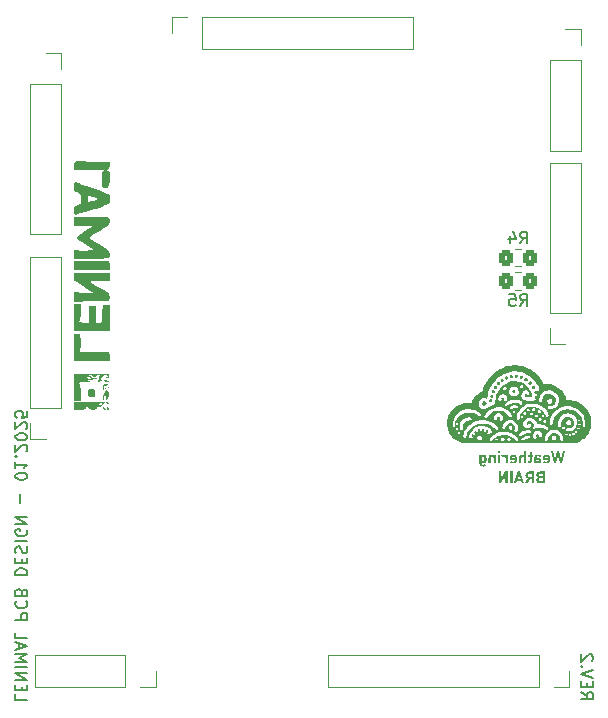
<source format=gbo>
G04 #@! TF.GenerationSoftware,KiCad,Pcbnew,8.0.5*
G04 #@! TF.CreationDate,2025-01-12T20:26:00+01:00*
G04 #@! TF.ProjectId,wolkje-brain,776f6c6b-6a65-42d6-9272-61696e2e6b69,rev?*
G04 #@! TF.SameCoordinates,Original*
G04 #@! TF.FileFunction,Legend,Bot*
G04 #@! TF.FilePolarity,Positive*
%FSLAX46Y46*%
G04 Gerber Fmt 4.6, Leading zero omitted, Abs format (unit mm)*
G04 Created by KiCad (PCBNEW 8.0.5) date 2025-01-12 20:26:00*
%MOMM*%
%LPD*%
G01*
G04 APERTURE LIST*
G04 Aperture macros list*
%AMRoundRect*
0 Rectangle with rounded corners*
0 $1 Rounding radius*
0 $2 $3 $4 $5 $6 $7 $8 $9 X,Y pos of 4 corners*
0 Add a 4 corners polygon primitive as box body*
4,1,4,$2,$3,$4,$5,$6,$7,$8,$9,$2,$3,0*
0 Add four circle primitives for the rounded corners*
1,1,$1+$1,$2,$3*
1,1,$1+$1,$4,$5*
1,1,$1+$1,$6,$7*
1,1,$1+$1,$8,$9*
0 Add four rect primitives between the rounded corners*
20,1,$1+$1,$2,$3,$4,$5,0*
20,1,$1+$1,$4,$5,$6,$7,0*
20,1,$1+$1,$6,$7,$8,$9,0*
20,1,$1+$1,$8,$9,$2,$3,0*%
G04 Aperture macros list end*
%ADD10C,0.150000*%
%ADD11C,0.000000*%
%ADD12C,0.120000*%
%ADD13C,1.200000*%
%ADD14R,1.200000X1.200000*%
%ADD15O,1.700000X1.700000*%
%ADD16R,1.700000X1.700000*%
%ADD17C,1.500000*%
%ADD18RoundRect,0.250000X-0.350000X-0.450000X0.350000X-0.450000X0.350000X0.450000X-0.350000X0.450000X0*%
%ADD19RoundRect,0.250000X0.350000X0.450000X-0.350000X0.450000X-0.350000X-0.450000X0.350000X-0.450000X0*%
G04 APERTURE END LIST*
D10*
X98330180Y-108791792D02*
X98806371Y-109125125D01*
X98330180Y-109363220D02*
X99330180Y-109363220D01*
X99330180Y-109363220D02*
X99330180Y-108982268D01*
X99330180Y-108982268D02*
X99282561Y-108887030D01*
X99282561Y-108887030D02*
X99234942Y-108839411D01*
X99234942Y-108839411D02*
X99139704Y-108791792D01*
X99139704Y-108791792D02*
X98996847Y-108791792D01*
X98996847Y-108791792D02*
X98901609Y-108839411D01*
X98901609Y-108839411D02*
X98853990Y-108887030D01*
X98853990Y-108887030D02*
X98806371Y-108982268D01*
X98806371Y-108982268D02*
X98806371Y-109363220D01*
X98853990Y-108363220D02*
X98853990Y-108029887D01*
X98330180Y-107887030D02*
X98330180Y-108363220D01*
X98330180Y-108363220D02*
X99330180Y-108363220D01*
X99330180Y-108363220D02*
X99330180Y-107887030D01*
X99330180Y-107601315D02*
X98330180Y-107267982D01*
X98330180Y-107267982D02*
X99330180Y-106934649D01*
X98425419Y-106601315D02*
X98377800Y-106553696D01*
X98377800Y-106553696D02*
X98330180Y-106601315D01*
X98330180Y-106601315D02*
X98377800Y-106648934D01*
X98377800Y-106648934D02*
X98425419Y-106601315D01*
X98425419Y-106601315D02*
X98330180Y-106601315D01*
X99234942Y-106172744D02*
X99282561Y-106125125D01*
X99282561Y-106125125D02*
X99330180Y-106029887D01*
X99330180Y-106029887D02*
X99330180Y-105791792D01*
X99330180Y-105791792D02*
X99282561Y-105696554D01*
X99282561Y-105696554D02*
X99234942Y-105648935D01*
X99234942Y-105648935D02*
X99139704Y-105601316D01*
X99139704Y-105601316D02*
X99044466Y-105601316D01*
X99044466Y-105601316D02*
X98901609Y-105648935D01*
X98901609Y-105648935D02*
X98330180Y-106220363D01*
X98330180Y-106220363D02*
X98330180Y-105601316D01*
G36*
X95739521Y-88414581D02*
G01*
X95942487Y-88414581D01*
X96098070Y-89045460D01*
X96280031Y-88414581D01*
X96425599Y-88414581D01*
X96607560Y-89045460D01*
X96761677Y-88414581D01*
X96964643Y-88414581D01*
X96698663Y-89415000D01*
X96536241Y-89415000D01*
X96352815Y-88808056D01*
X96169389Y-89415000D01*
X96006967Y-89415000D01*
X95739521Y-88414581D01*
G37*
G36*
X95455942Y-88683846D02*
G01*
X95503944Y-88694355D01*
X95561887Y-88719021D01*
X95612172Y-88755610D01*
X95653996Y-88803844D01*
X95679329Y-88847495D01*
X95699114Y-88897422D01*
X95713013Y-88953510D01*
X95720688Y-89015640D01*
X95722180Y-89060359D01*
X95720284Y-89112616D01*
X95710690Y-89182053D01*
X95693691Y-89241347D01*
X95670069Y-89291163D01*
X95640605Y-89332172D01*
X95593581Y-89374301D01*
X95539412Y-89403540D01*
X95479949Y-89421472D01*
X95417045Y-89429679D01*
X95384881Y-89430631D01*
X95327333Y-89427688D01*
X95277156Y-89418962D01*
X95224657Y-89401078D01*
X95178238Y-89375363D01*
X95135425Y-89342087D01*
X95107665Y-89315837D01*
X95218063Y-89209591D01*
X95256549Y-89242237D01*
X95303046Y-89265793D01*
X95355283Y-89275725D01*
X95383415Y-89276758D01*
X95436045Y-89269954D01*
X95484860Y-89246352D01*
X95519361Y-89208423D01*
X95538750Y-89158835D01*
X95542906Y-89117756D01*
X95086660Y-89117756D01*
X95086660Y-89036423D01*
X95088962Y-88992948D01*
X95265690Y-88992948D01*
X95542906Y-88992948D01*
X95536656Y-88942564D01*
X95526297Y-88910882D01*
X95498526Y-88869082D01*
X95455976Y-88840951D01*
X95404420Y-88831748D01*
X95352815Y-88840951D01*
X95310206Y-88869082D01*
X95282543Y-88910882D01*
X95268704Y-88959511D01*
X95265690Y-88992948D01*
X95088962Y-88992948D01*
X95089665Y-88979666D01*
X95098592Y-88926468D01*
X95113309Y-88877270D01*
X95133685Y-88832516D01*
X95169428Y-88780518D01*
X95214685Y-88738251D01*
X95269144Y-88706764D01*
X95315839Y-88690852D01*
X95367404Y-88682035D01*
X95404420Y-88680317D01*
X95455942Y-88683846D01*
G37*
G36*
X94731566Y-88682090D02*
G01*
X94787468Y-88689642D01*
X94836292Y-88704359D01*
X94880164Y-88727566D01*
X94921209Y-88760586D01*
X94941335Y-88781189D01*
X94825076Y-88891587D01*
X94786271Y-88857638D01*
X94740912Y-88839376D01*
X94691565Y-88834481D01*
X94685125Y-88834434D01*
X94629733Y-88839300D01*
X94580955Y-88860507D01*
X94553570Y-88905198D01*
X94549326Y-88943367D01*
X94549326Y-88977805D01*
X94721517Y-88977805D01*
X94780818Y-88982122D01*
X94831850Y-88994486D01*
X94884182Y-89019907D01*
X94923986Y-89054790D01*
X94951480Y-89097408D01*
X94966882Y-89146033D01*
X94970645Y-89188098D01*
X94965725Y-89240226D01*
X94951228Y-89288275D01*
X94924363Y-89334738D01*
X94910561Y-89350764D01*
X94869760Y-89382099D01*
X94820243Y-89402915D01*
X94768332Y-89412797D01*
X94724204Y-89415000D01*
X94674073Y-89411940D01*
X94621469Y-89398483D01*
X94577153Y-89373375D01*
X94544929Y-89345146D01*
X94544929Y-89408161D01*
X94367121Y-89408161D01*
X94367121Y-89141203D01*
X94549326Y-89141203D01*
X94553764Y-89190678D01*
X94575948Y-89232306D01*
X94619596Y-89258891D01*
X94668316Y-89266356D01*
X94690742Y-89266744D01*
X94742079Y-89259236D01*
X94783660Y-89228591D01*
X94795767Y-89183946D01*
X94780774Y-89135702D01*
X94737240Y-89107937D01*
X94693429Y-89102369D01*
X94549326Y-89102369D01*
X94549326Y-89141203D01*
X94367121Y-89141203D01*
X94367121Y-88932620D01*
X94372096Y-88874305D01*
X94386954Y-88823440D01*
X94411595Y-88780125D01*
X94445919Y-88744461D01*
X94489826Y-88716548D01*
X94543216Y-88696487D01*
X94605988Y-88684376D01*
X94659163Y-88680571D01*
X94678042Y-88680317D01*
X94731566Y-88682090D01*
G37*
G36*
X93843952Y-89415000D02*
G01*
X93843952Y-89261127D01*
X93909654Y-89261127D01*
X93957464Y-89244213D01*
X93972668Y-89196158D01*
X93972668Y-88850310D01*
X93843952Y-88850310D01*
X93843952Y-88711580D01*
X93972668Y-88711580D01*
X93972668Y-88492739D01*
X94154629Y-88492739D01*
X94154629Y-88711580D01*
X94231810Y-88711580D01*
X94231810Y-88850310D01*
X94154629Y-88850310D01*
X94154629Y-89207149D01*
X94147837Y-89264604D01*
X94126873Y-89318209D01*
X94090859Y-89363750D01*
X94048716Y-89392504D01*
X93995003Y-89410296D01*
X93943359Y-89415000D01*
X93843952Y-89415000D01*
G37*
G36*
X93078495Y-89415000D02*
G01*
X93078495Y-88945809D01*
X93082417Y-88890363D01*
X93094115Y-88839617D01*
X93113490Y-88794400D01*
X93148351Y-88746921D01*
X93194855Y-88710999D01*
X93240308Y-88691674D01*
X93292987Y-88681613D01*
X93322005Y-88680317D01*
X93375503Y-88686334D01*
X93426338Y-88704341D01*
X93468262Y-88730361D01*
X93497128Y-88756032D01*
X93497128Y-88414581D01*
X93679088Y-88414581D01*
X93679088Y-89415000D01*
X93497128Y-89415000D01*
X93497128Y-88972431D01*
X93489129Y-88918750D01*
X93463876Y-88876710D01*
X93422011Y-88850913D01*
X93379402Y-88844204D01*
X93326381Y-88854562D01*
X93286525Y-88884792D01*
X93264714Y-88931905D01*
X93260456Y-88972431D01*
X93260456Y-89415000D01*
X93078495Y-89415000D01*
G37*
G36*
X92653011Y-88683846D02*
G01*
X92701013Y-88694355D01*
X92758956Y-88719021D01*
X92809241Y-88755610D01*
X92851065Y-88803844D01*
X92876398Y-88847495D01*
X92896183Y-88897422D01*
X92910082Y-88953510D01*
X92917757Y-89015640D01*
X92919249Y-89060359D01*
X92917353Y-89112616D01*
X92907759Y-89182053D01*
X92890760Y-89241347D01*
X92867138Y-89291163D01*
X92837674Y-89332172D01*
X92790650Y-89374301D01*
X92736481Y-89403540D01*
X92677018Y-89421472D01*
X92614114Y-89429679D01*
X92581950Y-89430631D01*
X92524402Y-89427688D01*
X92474225Y-89418962D01*
X92421726Y-89401078D01*
X92375307Y-89375363D01*
X92332494Y-89342087D01*
X92304734Y-89315837D01*
X92415132Y-89209591D01*
X92453619Y-89242237D01*
X92500115Y-89265793D01*
X92552352Y-89275725D01*
X92580484Y-89276758D01*
X92633114Y-89269954D01*
X92681929Y-89246352D01*
X92716430Y-89208423D01*
X92735819Y-89158835D01*
X92739975Y-89117756D01*
X92283729Y-89117756D01*
X92283729Y-89036423D01*
X92286031Y-88992948D01*
X92462759Y-88992948D01*
X92739975Y-88992948D01*
X92733726Y-88942564D01*
X92723366Y-88910882D01*
X92695595Y-88869082D01*
X92653045Y-88840951D01*
X92601489Y-88831748D01*
X92549884Y-88840951D01*
X92507275Y-88869082D01*
X92479612Y-88910882D01*
X92465773Y-88959511D01*
X92462759Y-88992948D01*
X92286031Y-88992948D01*
X92286734Y-88979666D01*
X92295661Y-88926468D01*
X92310378Y-88877270D01*
X92330754Y-88832516D01*
X92366497Y-88780518D01*
X92411754Y-88738251D01*
X92466213Y-88706764D01*
X92512908Y-88690852D01*
X92564473Y-88682035D01*
X92601489Y-88680317D01*
X92653011Y-88683846D01*
G37*
G36*
X91582508Y-88748949D02*
G01*
X91620610Y-88716999D01*
X91665979Y-88693801D01*
X91716637Y-88682339D01*
X91754699Y-88680317D01*
X91804677Y-88685249D01*
X91856711Y-88701247D01*
X91900907Y-88725488D01*
X91938125Y-88758963D01*
X91938125Y-88688866D01*
X92115934Y-88688866D01*
X92115934Y-89415000D01*
X91933973Y-89415000D01*
X91933973Y-88977805D01*
X91925838Y-88924639D01*
X91900294Y-88880811D01*
X91858342Y-88852165D01*
X91816248Y-88844204D01*
X91767440Y-88852794D01*
X91724953Y-88882361D01*
X91719772Y-88887435D01*
X91582508Y-88748949D01*
G37*
G36*
X91296988Y-89415000D02*
G01*
X91296988Y-88680317D01*
X91478949Y-88680317D01*
X91478949Y-89415000D01*
X91296988Y-89415000D01*
G37*
G36*
X91295523Y-88563080D02*
G01*
X91295523Y-88414581D01*
X91481636Y-88414581D01*
X91481636Y-88563080D01*
X91295523Y-88563080D01*
G37*
G36*
X90487811Y-89415000D02*
G01*
X90487811Y-88951427D01*
X90490314Y-88900897D01*
X90500847Y-88846894D01*
X90522088Y-88796755D01*
X90551527Y-88755946D01*
X90562061Y-88744797D01*
X90605304Y-88711876D01*
X90652734Y-88691677D01*
X90701171Y-88682042D01*
X90734252Y-88680317D01*
X90784322Y-88685072D01*
X90832560Y-88699307D01*
X90877135Y-88722976D01*
X90916213Y-88756032D01*
X90916213Y-88688866D01*
X91094022Y-88688866D01*
X91094022Y-89415000D01*
X90912061Y-89415000D01*
X90912061Y-88976584D01*
X90905732Y-88927635D01*
X90881028Y-88881661D01*
X90838702Y-88852856D01*
X90790184Y-88844204D01*
X90741949Y-88852856D01*
X90700209Y-88881661D01*
X90675966Y-88927635D01*
X90669772Y-88976584D01*
X90669772Y-89415000D01*
X90487811Y-89415000D01*
G37*
G36*
X90125286Y-88684690D02*
G01*
X90172555Y-88697353D01*
X90218769Y-88720651D01*
X90248453Y-88744797D01*
X90280791Y-88786053D01*
X90302107Y-88832905D01*
X90314671Y-88885798D01*
X90320093Y-88934810D01*
X90322328Y-88988583D01*
X90322703Y-89035202D01*
X90322073Y-89093065D01*
X90319306Y-89146109D01*
X90311315Y-89203668D01*
X90296086Y-89254891D01*
X90271349Y-89300105D01*
X90248453Y-89327072D01*
X90209510Y-89357130D01*
X90162096Y-89378276D01*
X90114053Y-89388854D01*
X90075041Y-89391308D01*
X90024414Y-89387423D01*
X89973925Y-89372640D01*
X89928964Y-89345012D01*
X89901384Y-89318524D01*
X89901384Y-89392773D01*
X89908971Y-89447182D01*
X89933869Y-89495203D01*
X89972374Y-89526166D01*
X90019509Y-89540550D01*
X90048419Y-89542494D01*
X90100608Y-89537457D01*
X90148392Y-89519449D01*
X90191056Y-89487051D01*
X90304629Y-89601357D01*
X90261687Y-89637152D01*
X90217144Y-89663404D01*
X90169658Y-89681232D01*
X90117887Y-89691757D01*
X90060486Y-89696100D01*
X90039870Y-89696367D01*
X89986696Y-89693079D01*
X89937536Y-89683479D01*
X89878692Y-89661554D01*
X89828086Y-89630068D01*
X89786347Y-89589967D01*
X89754104Y-89542200D01*
X89731988Y-89487715D01*
X89720629Y-89427457D01*
X89719179Y-89395460D01*
X89719179Y-89035202D01*
X89901384Y-89035202D01*
X89903246Y-89089219D01*
X89911019Y-89138955D01*
X89931941Y-89186746D01*
X89970596Y-89218054D01*
X90021796Y-89227421D01*
X90072770Y-89218054D01*
X90111017Y-89186746D01*
X90131507Y-89138955D01*
X90138995Y-89089219D01*
X90140742Y-89035202D01*
X90138995Y-88981297D01*
X90131507Y-88931836D01*
X90111017Y-88884438D01*
X90072770Y-88853458D01*
X90021796Y-88844204D01*
X89970596Y-88853458D01*
X89931941Y-88884438D01*
X89911019Y-88931836D01*
X89903246Y-88981297D01*
X89901384Y-89035202D01*
X89719179Y-89035202D01*
X89719179Y-88688866D01*
X89895767Y-88688866D01*
X89895767Y-88757498D01*
X89933922Y-88721739D01*
X89979983Y-88695622D01*
X90032818Y-88682626D01*
X90073576Y-88680317D01*
X90125286Y-88684690D01*
G37*
G36*
X95254699Y-91115000D02*
G01*
X94837288Y-91115000D01*
X94773130Y-91110312D01*
X94714610Y-91096365D01*
X94662627Y-91073333D01*
X94618080Y-91041391D01*
X94581868Y-91000713D01*
X94554890Y-90951475D01*
X94538044Y-90893850D01*
X94532599Y-90845234D01*
X94532229Y-90828014D01*
X94533148Y-90818000D01*
X94726890Y-90818000D01*
X94736952Y-90871212D01*
X94767506Y-90913093D01*
X94812316Y-90935959D01*
X94857072Y-90941587D01*
X95060038Y-90941587D01*
X95060038Y-90696123D01*
X94857072Y-90696123D01*
X94805792Y-90703535D01*
X94763082Y-90727835D01*
X94734832Y-90770621D01*
X94726890Y-90818000D01*
X94533148Y-90818000D01*
X94537507Y-90770521D01*
X94551914Y-90722527D01*
X94578238Y-90676339D01*
X94616731Y-90636421D01*
X94658010Y-90609441D01*
X94669493Y-90603799D01*
X94623674Y-90572459D01*
X94588863Y-90533060D01*
X94564575Y-90489199D01*
X94549377Y-90436319D01*
X94546838Y-90404741D01*
X94740812Y-90404741D01*
X94751549Y-90457499D01*
X94782891Y-90496197D01*
X94833534Y-90517674D01*
X94869528Y-90521001D01*
X95060038Y-90521001D01*
X95060038Y-90288237D01*
X94869528Y-90288237D01*
X94820679Y-90294716D01*
X94774212Y-90320386D01*
X94747337Y-90362574D01*
X94740812Y-90404741D01*
X94546838Y-90404741D01*
X94546151Y-90396193D01*
X94551400Y-90334655D01*
X94566900Y-90279548D01*
X94592274Y-90231419D01*
X94627148Y-90190815D01*
X94671146Y-90158283D01*
X94723895Y-90134368D01*
X94785018Y-90119619D01*
X94836131Y-90114900D01*
X94854141Y-90114581D01*
X95254699Y-90114581D01*
X95254699Y-91115000D01*
G37*
G36*
X94333415Y-91115000D02*
G01*
X94138754Y-91115000D01*
X94138754Y-90714685D01*
X93998802Y-90714685D01*
X93804141Y-91115000D01*
X93578705Y-91115000D01*
X93801210Y-90682690D01*
X93748593Y-90657456D01*
X93708641Y-90628061D01*
X93674051Y-90591007D01*
X93646527Y-90546242D01*
X93627774Y-90493717D01*
X93619497Y-90433382D01*
X93619249Y-90420373D01*
X93813911Y-90420373D01*
X93823986Y-90473541D01*
X93852562Y-90515261D01*
X93897167Y-90542510D01*
X93947400Y-90552105D01*
X93955327Y-90552264D01*
X94138754Y-90552264D01*
X94138754Y-90288237D01*
X93955327Y-90288237D01*
X93903746Y-90295784D01*
X93857312Y-90321092D01*
X93826597Y-90361254D01*
X93814074Y-90413203D01*
X93813911Y-90420373D01*
X93619249Y-90420373D01*
X93624819Y-90359268D01*
X93641235Y-90302114D01*
X93668051Y-90250202D01*
X93704826Y-90204829D01*
X93751114Y-90167286D01*
X93806473Y-90138868D01*
X93853677Y-90124321D01*
X93905547Y-90116180D01*
X93942627Y-90114581D01*
X94333415Y-90114581D01*
X94333415Y-91115000D01*
G37*
G36*
X93527169Y-91115000D02*
G01*
X93324204Y-91115000D01*
X93263876Y-90934993D01*
X92909724Y-90934993D01*
X92850861Y-91115000D01*
X92647895Y-91115000D01*
X92772993Y-90771106D01*
X92961503Y-90771106D01*
X93209410Y-90771106D01*
X93083380Y-90408649D01*
X92961503Y-90771106D01*
X92772993Y-90771106D01*
X93011817Y-90114581D01*
X93164469Y-90114581D01*
X93527169Y-91115000D01*
G37*
G36*
X92330380Y-91115000D02*
G01*
X92330380Y-90114581D01*
X92525041Y-90114581D01*
X92525041Y-91115000D01*
X92330380Y-91115000D01*
G37*
G36*
X91335090Y-91115000D02*
G01*
X91335090Y-90114581D01*
X91529507Y-90114581D01*
X91529507Y-90727386D01*
X91924448Y-90114581D01*
X92098105Y-90114581D01*
X92098105Y-91115000D01*
X91903443Y-91115000D01*
X91903443Y-90500973D01*
X91508502Y-91115000D01*
X91335090Y-91115000D01*
G37*
X50430180Y-108987030D02*
X50430180Y-109463220D01*
X50430180Y-109463220D02*
X51430180Y-109463220D01*
X50953990Y-108653696D02*
X50953990Y-108320363D01*
X50430180Y-108177506D02*
X50430180Y-108653696D01*
X50430180Y-108653696D02*
X51430180Y-108653696D01*
X51430180Y-108653696D02*
X51430180Y-108177506D01*
X50430180Y-107748934D02*
X51430180Y-107748934D01*
X51430180Y-107748934D02*
X50430180Y-107177506D01*
X50430180Y-107177506D02*
X51430180Y-107177506D01*
X50430180Y-106701315D02*
X51430180Y-106701315D01*
X50430180Y-106225125D02*
X51430180Y-106225125D01*
X51430180Y-106225125D02*
X50715895Y-105891792D01*
X50715895Y-105891792D02*
X51430180Y-105558459D01*
X51430180Y-105558459D02*
X50430180Y-105558459D01*
X50715895Y-105129887D02*
X50715895Y-104653697D01*
X50430180Y-105225125D02*
X51430180Y-104891792D01*
X51430180Y-104891792D02*
X50430180Y-104558459D01*
X50430180Y-103748935D02*
X50430180Y-104225125D01*
X50430180Y-104225125D02*
X51430180Y-104225125D01*
X50430180Y-102653696D02*
X51430180Y-102653696D01*
X51430180Y-102653696D02*
X51430180Y-102272744D01*
X51430180Y-102272744D02*
X51382561Y-102177506D01*
X51382561Y-102177506D02*
X51334942Y-102129887D01*
X51334942Y-102129887D02*
X51239704Y-102082268D01*
X51239704Y-102082268D02*
X51096847Y-102082268D01*
X51096847Y-102082268D02*
X51001609Y-102129887D01*
X51001609Y-102129887D02*
X50953990Y-102177506D01*
X50953990Y-102177506D02*
X50906371Y-102272744D01*
X50906371Y-102272744D02*
X50906371Y-102653696D01*
X50525419Y-101082268D02*
X50477800Y-101129887D01*
X50477800Y-101129887D02*
X50430180Y-101272744D01*
X50430180Y-101272744D02*
X50430180Y-101367982D01*
X50430180Y-101367982D02*
X50477800Y-101510839D01*
X50477800Y-101510839D02*
X50573038Y-101606077D01*
X50573038Y-101606077D02*
X50668276Y-101653696D01*
X50668276Y-101653696D02*
X50858752Y-101701315D01*
X50858752Y-101701315D02*
X51001609Y-101701315D01*
X51001609Y-101701315D02*
X51192085Y-101653696D01*
X51192085Y-101653696D02*
X51287323Y-101606077D01*
X51287323Y-101606077D02*
X51382561Y-101510839D01*
X51382561Y-101510839D02*
X51430180Y-101367982D01*
X51430180Y-101367982D02*
X51430180Y-101272744D01*
X51430180Y-101272744D02*
X51382561Y-101129887D01*
X51382561Y-101129887D02*
X51334942Y-101082268D01*
X50953990Y-100320363D02*
X50906371Y-100177506D01*
X50906371Y-100177506D02*
X50858752Y-100129887D01*
X50858752Y-100129887D02*
X50763514Y-100082268D01*
X50763514Y-100082268D02*
X50620657Y-100082268D01*
X50620657Y-100082268D02*
X50525419Y-100129887D01*
X50525419Y-100129887D02*
X50477800Y-100177506D01*
X50477800Y-100177506D02*
X50430180Y-100272744D01*
X50430180Y-100272744D02*
X50430180Y-100653696D01*
X50430180Y-100653696D02*
X51430180Y-100653696D01*
X51430180Y-100653696D02*
X51430180Y-100320363D01*
X51430180Y-100320363D02*
X51382561Y-100225125D01*
X51382561Y-100225125D02*
X51334942Y-100177506D01*
X51334942Y-100177506D02*
X51239704Y-100129887D01*
X51239704Y-100129887D02*
X51144466Y-100129887D01*
X51144466Y-100129887D02*
X51049228Y-100177506D01*
X51049228Y-100177506D02*
X51001609Y-100225125D01*
X51001609Y-100225125D02*
X50953990Y-100320363D01*
X50953990Y-100320363D02*
X50953990Y-100653696D01*
X50430180Y-98891791D02*
X51430180Y-98891791D01*
X51430180Y-98891791D02*
X51430180Y-98653696D01*
X51430180Y-98653696D02*
X51382561Y-98510839D01*
X51382561Y-98510839D02*
X51287323Y-98415601D01*
X51287323Y-98415601D02*
X51192085Y-98367982D01*
X51192085Y-98367982D02*
X51001609Y-98320363D01*
X51001609Y-98320363D02*
X50858752Y-98320363D01*
X50858752Y-98320363D02*
X50668276Y-98367982D01*
X50668276Y-98367982D02*
X50573038Y-98415601D01*
X50573038Y-98415601D02*
X50477800Y-98510839D01*
X50477800Y-98510839D02*
X50430180Y-98653696D01*
X50430180Y-98653696D02*
X50430180Y-98891791D01*
X50953990Y-97891791D02*
X50953990Y-97558458D01*
X50430180Y-97415601D02*
X50430180Y-97891791D01*
X50430180Y-97891791D02*
X51430180Y-97891791D01*
X51430180Y-97891791D02*
X51430180Y-97415601D01*
X50477800Y-97034648D02*
X50430180Y-96891791D01*
X50430180Y-96891791D02*
X50430180Y-96653696D01*
X50430180Y-96653696D02*
X50477800Y-96558458D01*
X50477800Y-96558458D02*
X50525419Y-96510839D01*
X50525419Y-96510839D02*
X50620657Y-96463220D01*
X50620657Y-96463220D02*
X50715895Y-96463220D01*
X50715895Y-96463220D02*
X50811133Y-96510839D01*
X50811133Y-96510839D02*
X50858752Y-96558458D01*
X50858752Y-96558458D02*
X50906371Y-96653696D01*
X50906371Y-96653696D02*
X50953990Y-96844172D01*
X50953990Y-96844172D02*
X51001609Y-96939410D01*
X51001609Y-96939410D02*
X51049228Y-96987029D01*
X51049228Y-96987029D02*
X51144466Y-97034648D01*
X51144466Y-97034648D02*
X51239704Y-97034648D01*
X51239704Y-97034648D02*
X51334942Y-96987029D01*
X51334942Y-96987029D02*
X51382561Y-96939410D01*
X51382561Y-96939410D02*
X51430180Y-96844172D01*
X51430180Y-96844172D02*
X51430180Y-96606077D01*
X51430180Y-96606077D02*
X51382561Y-96463220D01*
X50430180Y-96034648D02*
X51430180Y-96034648D01*
X51382561Y-95034649D02*
X51430180Y-95129887D01*
X51430180Y-95129887D02*
X51430180Y-95272744D01*
X51430180Y-95272744D02*
X51382561Y-95415601D01*
X51382561Y-95415601D02*
X51287323Y-95510839D01*
X51287323Y-95510839D02*
X51192085Y-95558458D01*
X51192085Y-95558458D02*
X51001609Y-95606077D01*
X51001609Y-95606077D02*
X50858752Y-95606077D01*
X50858752Y-95606077D02*
X50668276Y-95558458D01*
X50668276Y-95558458D02*
X50573038Y-95510839D01*
X50573038Y-95510839D02*
X50477800Y-95415601D01*
X50477800Y-95415601D02*
X50430180Y-95272744D01*
X50430180Y-95272744D02*
X50430180Y-95177506D01*
X50430180Y-95177506D02*
X50477800Y-95034649D01*
X50477800Y-95034649D02*
X50525419Y-94987030D01*
X50525419Y-94987030D02*
X50858752Y-94987030D01*
X50858752Y-94987030D02*
X50858752Y-95177506D01*
X50430180Y-94558458D02*
X51430180Y-94558458D01*
X51430180Y-94558458D02*
X50430180Y-93987030D01*
X50430180Y-93987030D02*
X51430180Y-93987030D01*
X50811133Y-92748934D02*
X50811133Y-91987030D01*
X51430180Y-90558458D02*
X51430180Y-90463220D01*
X51430180Y-90463220D02*
X51382561Y-90367982D01*
X51382561Y-90367982D02*
X51334942Y-90320363D01*
X51334942Y-90320363D02*
X51239704Y-90272744D01*
X51239704Y-90272744D02*
X51049228Y-90225125D01*
X51049228Y-90225125D02*
X50811133Y-90225125D01*
X50811133Y-90225125D02*
X50620657Y-90272744D01*
X50620657Y-90272744D02*
X50525419Y-90320363D01*
X50525419Y-90320363D02*
X50477800Y-90367982D01*
X50477800Y-90367982D02*
X50430180Y-90463220D01*
X50430180Y-90463220D02*
X50430180Y-90558458D01*
X50430180Y-90558458D02*
X50477800Y-90653696D01*
X50477800Y-90653696D02*
X50525419Y-90701315D01*
X50525419Y-90701315D02*
X50620657Y-90748934D01*
X50620657Y-90748934D02*
X50811133Y-90796553D01*
X50811133Y-90796553D02*
X51049228Y-90796553D01*
X51049228Y-90796553D02*
X51239704Y-90748934D01*
X51239704Y-90748934D02*
X51334942Y-90701315D01*
X51334942Y-90701315D02*
X51382561Y-90653696D01*
X51382561Y-90653696D02*
X51430180Y-90558458D01*
X50430180Y-89272744D02*
X50430180Y-89844172D01*
X50430180Y-89558458D02*
X51430180Y-89558458D01*
X51430180Y-89558458D02*
X51287323Y-89653696D01*
X51287323Y-89653696D02*
X51192085Y-89748934D01*
X51192085Y-89748934D02*
X51144466Y-89844172D01*
X50525419Y-88844172D02*
X50477800Y-88796553D01*
X50477800Y-88796553D02*
X50430180Y-88844172D01*
X50430180Y-88844172D02*
X50477800Y-88891791D01*
X50477800Y-88891791D02*
X50525419Y-88844172D01*
X50525419Y-88844172D02*
X50430180Y-88844172D01*
X51334942Y-88415601D02*
X51382561Y-88367982D01*
X51382561Y-88367982D02*
X51430180Y-88272744D01*
X51430180Y-88272744D02*
X51430180Y-88034649D01*
X51430180Y-88034649D02*
X51382561Y-87939411D01*
X51382561Y-87939411D02*
X51334942Y-87891792D01*
X51334942Y-87891792D02*
X51239704Y-87844173D01*
X51239704Y-87844173D02*
X51144466Y-87844173D01*
X51144466Y-87844173D02*
X51001609Y-87891792D01*
X51001609Y-87891792D02*
X50430180Y-88463220D01*
X50430180Y-88463220D02*
X50430180Y-87844173D01*
X51430180Y-87225125D02*
X51430180Y-87129887D01*
X51430180Y-87129887D02*
X51382561Y-87034649D01*
X51382561Y-87034649D02*
X51334942Y-86987030D01*
X51334942Y-86987030D02*
X51239704Y-86939411D01*
X51239704Y-86939411D02*
X51049228Y-86891792D01*
X51049228Y-86891792D02*
X50811133Y-86891792D01*
X50811133Y-86891792D02*
X50620657Y-86939411D01*
X50620657Y-86939411D02*
X50525419Y-86987030D01*
X50525419Y-86987030D02*
X50477800Y-87034649D01*
X50477800Y-87034649D02*
X50430180Y-87129887D01*
X50430180Y-87129887D02*
X50430180Y-87225125D01*
X50430180Y-87225125D02*
X50477800Y-87320363D01*
X50477800Y-87320363D02*
X50525419Y-87367982D01*
X50525419Y-87367982D02*
X50620657Y-87415601D01*
X50620657Y-87415601D02*
X50811133Y-87463220D01*
X50811133Y-87463220D02*
X51049228Y-87463220D01*
X51049228Y-87463220D02*
X51239704Y-87415601D01*
X51239704Y-87415601D02*
X51334942Y-87367982D01*
X51334942Y-87367982D02*
X51382561Y-87320363D01*
X51382561Y-87320363D02*
X51430180Y-87225125D01*
X51334942Y-86510839D02*
X51382561Y-86463220D01*
X51382561Y-86463220D02*
X51430180Y-86367982D01*
X51430180Y-86367982D02*
X51430180Y-86129887D01*
X51430180Y-86129887D02*
X51382561Y-86034649D01*
X51382561Y-86034649D02*
X51334942Y-85987030D01*
X51334942Y-85987030D02*
X51239704Y-85939411D01*
X51239704Y-85939411D02*
X51144466Y-85939411D01*
X51144466Y-85939411D02*
X51001609Y-85987030D01*
X51001609Y-85987030D02*
X50430180Y-86558458D01*
X50430180Y-86558458D02*
X50430180Y-85939411D01*
X51430180Y-85034649D02*
X51430180Y-85510839D01*
X51430180Y-85510839D02*
X50953990Y-85558458D01*
X50953990Y-85558458D02*
X51001609Y-85510839D01*
X51001609Y-85510839D02*
X51049228Y-85415601D01*
X51049228Y-85415601D02*
X51049228Y-85177506D01*
X51049228Y-85177506D02*
X51001609Y-85082268D01*
X51001609Y-85082268D02*
X50953990Y-85034649D01*
X50953990Y-85034649D02*
X50858752Y-84987030D01*
X50858752Y-84987030D02*
X50620657Y-84987030D01*
X50620657Y-84987030D02*
X50525419Y-85034649D01*
X50525419Y-85034649D02*
X50477800Y-85082268D01*
X50477800Y-85082268D02*
X50430180Y-85177506D01*
X50430180Y-85177506D02*
X50430180Y-85415601D01*
X50430180Y-85415601D02*
X50477800Y-85510839D01*
X50477800Y-85510839D02*
X50525419Y-85558458D01*
X93166666Y-76104819D02*
X93499999Y-75628628D01*
X93738094Y-76104819D02*
X93738094Y-75104819D01*
X93738094Y-75104819D02*
X93357142Y-75104819D01*
X93357142Y-75104819D02*
X93261904Y-75152438D01*
X93261904Y-75152438D02*
X93214285Y-75200057D01*
X93214285Y-75200057D02*
X93166666Y-75295295D01*
X93166666Y-75295295D02*
X93166666Y-75438152D01*
X93166666Y-75438152D02*
X93214285Y-75533390D01*
X93214285Y-75533390D02*
X93261904Y-75581009D01*
X93261904Y-75581009D02*
X93357142Y-75628628D01*
X93357142Y-75628628D02*
X93738094Y-75628628D01*
X92261904Y-75104819D02*
X92738094Y-75104819D01*
X92738094Y-75104819D02*
X92785713Y-75581009D01*
X92785713Y-75581009D02*
X92738094Y-75533390D01*
X92738094Y-75533390D02*
X92642856Y-75485771D01*
X92642856Y-75485771D02*
X92404761Y-75485771D01*
X92404761Y-75485771D02*
X92309523Y-75533390D01*
X92309523Y-75533390D02*
X92261904Y-75581009D01*
X92261904Y-75581009D02*
X92214285Y-75676247D01*
X92214285Y-75676247D02*
X92214285Y-75914342D01*
X92214285Y-75914342D02*
X92261904Y-76009580D01*
X92261904Y-76009580D02*
X92309523Y-76057200D01*
X92309523Y-76057200D02*
X92404761Y-76104819D01*
X92404761Y-76104819D02*
X92642856Y-76104819D01*
X92642856Y-76104819D02*
X92738094Y-76057200D01*
X92738094Y-76057200D02*
X92785713Y-76009580D01*
X93166666Y-70804819D02*
X93499999Y-70328628D01*
X93738094Y-70804819D02*
X93738094Y-69804819D01*
X93738094Y-69804819D02*
X93357142Y-69804819D01*
X93357142Y-69804819D02*
X93261904Y-69852438D01*
X93261904Y-69852438D02*
X93214285Y-69900057D01*
X93214285Y-69900057D02*
X93166666Y-69995295D01*
X93166666Y-69995295D02*
X93166666Y-70138152D01*
X93166666Y-70138152D02*
X93214285Y-70233390D01*
X93214285Y-70233390D02*
X93261904Y-70281009D01*
X93261904Y-70281009D02*
X93357142Y-70328628D01*
X93357142Y-70328628D02*
X93738094Y-70328628D01*
X92309523Y-70138152D02*
X92309523Y-70804819D01*
X92547618Y-69757200D02*
X92785713Y-70471485D01*
X92785713Y-70471485D02*
X92166666Y-70471485D01*
D11*
G36*
X58339334Y-82978333D02*
G01*
X58297000Y-83020666D01*
X58254667Y-82978333D01*
X58297000Y-82936000D01*
X58339334Y-82978333D01*
G37*
G36*
X58067245Y-83061298D02*
G01*
X58057112Y-83161778D01*
X58031645Y-83175023D01*
X58000667Y-83105333D01*
X58006777Y-83060511D01*
X58057112Y-83048889D01*
X58067245Y-83061298D01*
G37*
G36*
X56878834Y-72287213D02*
G01*
X58381667Y-72310333D01*
X58407702Y-72670166D01*
X58433737Y-73030000D01*
X56904869Y-73030000D01*
X55376000Y-73030000D01*
X55376000Y-72647046D01*
X55376000Y-72264093D01*
X56878834Y-72287213D01*
G37*
G36*
X58293616Y-84643661D02*
G01*
X58339334Y-84756333D01*
X58329782Y-84814757D01*
X58254667Y-84883333D01*
X58215718Y-84869005D01*
X58170000Y-84756333D01*
X58179553Y-84697910D01*
X58254667Y-84629333D01*
X58293616Y-84643661D01*
G37*
G36*
X58270556Y-84242124D02*
G01*
X58339334Y-84304778D01*
X58335592Y-84328887D01*
X58257396Y-84373349D01*
X58141778Y-84318889D01*
X58121102Y-84297768D01*
X58097278Y-84244052D01*
X58212334Y-84234222D01*
X58270556Y-84242124D01*
G37*
G36*
X57894834Y-84677737D02*
G01*
X57910911Y-84696178D01*
X58043000Y-84817552D01*
X58066111Y-84854882D01*
X57979500Y-84882037D01*
X57900279Y-84861153D01*
X57831334Y-84742222D01*
X57842025Y-84677001D01*
X57894834Y-84677737D01*
G37*
G36*
X58085334Y-82409940D02*
G01*
X58089362Y-82410535D01*
X58266046Y-82446247D01*
X58339334Y-82479943D01*
X58339320Y-82480288D01*
X58263836Y-82503167D01*
X58085334Y-82512666D01*
X58082353Y-82512662D01*
X57904965Y-82491831D01*
X57831334Y-82442663D01*
X57831429Y-82440759D01*
X57908262Y-82403884D01*
X58085334Y-82409940D01*
G37*
G36*
X58250900Y-82687902D02*
G01*
X58292982Y-82725439D01*
X58210698Y-82822731D01*
X58182743Y-82849899D01*
X58075557Y-82914684D01*
X57999067Y-82848745D01*
X57980156Y-82825469D01*
X57930253Y-82862786D01*
X57893984Y-83067847D01*
X57859799Y-83401666D01*
X57845567Y-83041833D01*
X57841747Y-82920375D01*
X57856341Y-82756481D01*
X57928806Y-82692754D01*
X58091381Y-82682000D01*
X58250900Y-82687902D01*
G37*
G36*
X56945108Y-83106090D02*
G01*
X57089638Y-83130800D01*
X57145029Y-83227164D01*
X57154000Y-83444000D01*
X57153338Y-83543932D01*
X57131717Y-83709109D01*
X57047399Y-83772414D01*
X56857667Y-83782666D01*
X56770226Y-83781909D01*
X56625697Y-83757199D01*
X56570305Y-83660836D01*
X56561334Y-83444000D01*
X56561996Y-83344067D01*
X56583618Y-83178891D01*
X56667935Y-83115586D01*
X56857667Y-83105333D01*
X56945108Y-83106090D01*
G37*
G36*
X55651167Y-78464469D02*
G01*
X55926334Y-78491000D01*
X55951206Y-79155193D01*
X55953351Y-79224686D01*
X55951124Y-79543405D01*
X55930403Y-79790456D01*
X55894789Y-79917193D01*
X55897273Y-79950919D01*
X55998584Y-79980873D01*
X56221919Y-80000685D01*
X56583008Y-80011634D01*
X57097583Y-80015000D01*
X58381667Y-80015000D01*
X58407702Y-80374833D01*
X58433737Y-80734666D01*
X56904869Y-80734666D01*
X55376000Y-80734666D01*
X55376000Y-79586302D01*
X55376000Y-78437938D01*
X55651167Y-78464469D01*
G37*
G36*
X58298574Y-83260444D02*
G01*
X58324691Y-83375483D01*
X58320580Y-83621349D01*
X58315387Y-83708682D01*
X58271865Y-83954264D01*
X58212334Y-84015925D01*
X58192309Y-84036666D01*
X58123035Y-83988110D01*
X58124536Y-83909666D01*
X58170000Y-83909666D01*
X58212334Y-83952000D01*
X58254667Y-83909666D01*
X58212334Y-83867333D01*
X58170000Y-83909666D01*
X58124536Y-83909666D01*
X58126561Y-83803833D01*
X58128422Y-83793933D01*
X58142224Y-83671676D01*
X58117925Y-83686413D01*
X58060892Y-83759463D01*
X57983790Y-83686413D01*
X57969229Y-83666992D01*
X57928770Y-83658485D01*
X57939964Y-83803833D01*
X57945297Y-83965107D01*
X57904260Y-84036666D01*
X57903394Y-84036649D01*
X57852471Y-83961057D01*
X57831334Y-83782666D01*
X57831340Y-83779506D01*
X57856553Y-83602239D01*
X57916000Y-83528666D01*
X57951630Y-83517724D01*
X58000667Y-83411541D01*
X58032245Y-83335315D01*
X58169659Y-83250224D01*
X58226837Y-83238380D01*
X58298574Y-83260444D01*
G37*
G36*
X55968667Y-76581003D02*
G01*
X55968013Y-76664210D01*
X55953255Y-76973328D01*
X55923029Y-77202281D01*
X55882619Y-77306520D01*
X55826418Y-77358441D01*
X55852008Y-77437844D01*
X56008018Y-77495243D01*
X56269997Y-77517333D01*
X56646000Y-77517333D01*
X56646000Y-77475000D01*
X56900000Y-77475000D01*
X56942334Y-77517333D01*
X56984667Y-77475000D01*
X56942334Y-77432666D01*
X56900000Y-77475000D01*
X56646000Y-77475000D01*
X56646000Y-76797666D01*
X56646000Y-76078000D01*
X56942334Y-76078000D01*
X57238667Y-76078000D01*
X57238667Y-76803031D01*
X57238667Y-77528062D01*
X57513834Y-77501531D01*
X57789000Y-77475000D01*
X57801021Y-76755333D01*
X57813042Y-76035666D01*
X58117942Y-76009423D01*
X58422842Y-75983180D01*
X58415473Y-77082932D01*
X58408103Y-78182684D01*
X56942334Y-78190387D01*
X56897662Y-78190622D01*
X55387221Y-78198560D01*
X55381514Y-77053613D01*
X55375807Y-75908666D01*
X55672237Y-75908666D01*
X55968667Y-75908666D01*
X55968667Y-76581003D01*
G37*
G36*
X58408713Y-73622666D02*
G01*
X58404039Y-73961333D01*
X57562356Y-73961333D01*
X57316691Y-73964572D01*
X57019428Y-73979467D01*
X56824626Y-74003694D01*
X56765706Y-74034197D01*
X56831269Y-74089184D01*
X57017528Y-74215942D01*
X57291665Y-74390142D01*
X57622081Y-74591232D01*
X57902627Y-74759461D01*
X58160065Y-74921851D01*
X58314927Y-75041077D01*
X58391561Y-75141781D01*
X58414318Y-75248608D01*
X58407545Y-75386201D01*
X58381667Y-75697000D01*
X56878834Y-75722737D01*
X55376000Y-75748474D01*
X55376000Y-75352240D01*
X55376000Y-74956005D01*
X56223653Y-75002513D01*
X56475482Y-75013378D01*
X56773618Y-75016582D01*
X56969692Y-75006063D01*
X57030284Y-74982646D01*
X56967231Y-74930673D01*
X56783494Y-74806760D01*
X56511468Y-74634726D01*
X56182632Y-74434913D01*
X55912709Y-74273054D01*
X55652176Y-74108749D01*
X55493483Y-73986710D01*
X55411386Y-73881396D01*
X55380639Y-73767265D01*
X55376000Y-73618776D01*
X55376000Y-73284000D01*
X56894694Y-73284000D01*
X58413387Y-73284000D01*
X58408713Y-73622666D01*
G37*
G36*
X55719196Y-63865020D02*
G01*
X55920571Y-63866314D01*
X56241523Y-63868638D01*
X56649429Y-63871752D01*
X57111667Y-63875416D01*
X58424000Y-63886000D01*
X58422704Y-64118833D01*
X58417786Y-64224512D01*
X58344882Y-64457506D01*
X58170000Y-64586287D01*
X58121406Y-64623502D01*
X58233500Y-64641316D01*
X58298929Y-64647009D01*
X58368271Y-64683862D01*
X58405731Y-64785469D01*
X58421058Y-64986682D01*
X58424000Y-65322354D01*
X58418728Y-65574879D01*
X58379783Y-65892926D01*
X58293435Y-66071436D01*
X58148512Y-66127654D01*
X57933839Y-66078825D01*
X57875092Y-66053762D01*
X57801775Y-65992077D01*
X57763381Y-65876703D01*
X57750672Y-65669145D01*
X57754414Y-65330905D01*
X57764446Y-65044042D01*
X57789348Y-64802103D01*
X57834194Y-64671449D01*
X57905909Y-64619563D01*
X57902025Y-64610975D01*
X57771309Y-64598476D01*
X57512468Y-64587366D01*
X57150275Y-64578605D01*
X56709500Y-64573155D01*
X55376000Y-64563333D01*
X55376000Y-64224666D01*
X55376556Y-64154299D01*
X55399921Y-63962548D01*
X55485775Y-63881528D01*
X55672334Y-63864833D01*
X55719196Y-63865020D01*
G37*
G36*
X56953129Y-84206792D02*
G01*
X57368241Y-84211605D01*
X57700395Y-84220054D01*
X57920801Y-84231296D01*
X58000667Y-84244485D01*
X57997745Y-84253615D01*
X57922567Y-84351773D01*
X57777537Y-84506100D01*
X57741540Y-84541123D01*
X57619667Y-84629006D01*
X57582372Y-84655900D01*
X57492986Y-84629849D01*
X57442979Y-84582554D01*
X57382206Y-84659097D01*
X57371143Y-84728699D01*
X57433923Y-84828846D01*
X57435111Y-84829345D01*
X57407950Y-84849929D01*
X57246410Y-84864775D01*
X56984667Y-84870698D01*
X56977266Y-84870703D01*
X56719318Y-84862712D01*
X56582440Y-84841204D01*
X56590709Y-84809895D01*
X56627467Y-84794797D01*
X56699154Y-84733702D01*
X56618996Y-84642055D01*
X56594647Y-84622634D01*
X56498316Y-84591571D01*
X56435749Y-84709542D01*
X56410386Y-84770253D01*
X56329388Y-84842126D01*
X56166539Y-84875294D01*
X55878295Y-84883333D01*
X55376000Y-84883333D01*
X55376000Y-84544666D01*
X55376000Y-84375333D01*
X57492667Y-84375333D01*
X57506995Y-84414282D01*
X57619667Y-84460000D01*
X57678091Y-84450448D01*
X57746667Y-84375333D01*
X57732339Y-84336384D01*
X57619667Y-84290666D01*
X57561244Y-84300219D01*
X57492667Y-84375333D01*
X55376000Y-84375333D01*
X55376000Y-84206000D01*
X56688334Y-84206000D01*
X56953129Y-84206792D01*
G37*
G36*
X55524167Y-65620239D02*
G01*
X55583738Y-65642584D01*
X55792777Y-65717965D01*
X56112203Y-65831512D01*
X56511076Y-65972243D01*
X56958452Y-66129180D01*
X57237978Y-66227533D01*
X57649692Y-66374631D01*
X57989159Y-66498665D01*
X58227112Y-66588887D01*
X58334285Y-66634546D01*
X58357574Y-66661659D01*
X58405093Y-66821733D01*
X58424000Y-67059913D01*
X58423995Y-67082574D01*
X58415472Y-67286077D01*
X58364406Y-67408141D01*
X58232011Y-67495418D01*
X57979500Y-67594561D01*
X57727889Y-67686480D01*
X57249042Y-67855219D01*
X56774895Y-68015416D01*
X56625066Y-68063854D01*
X56336334Y-68157197D01*
X55964245Y-68270691D01*
X55689511Y-68346027D01*
X55543018Y-68373333D01*
X55447038Y-68353906D01*
X55390173Y-68254972D01*
X55376000Y-68032009D01*
X55377351Y-67973417D01*
X55411991Y-67757219D01*
X55481834Y-67653521D01*
X55715043Y-67571509D01*
X55898207Y-67490549D01*
X55980824Y-67398056D01*
X55994754Y-67252283D01*
X55977743Y-67073373D01*
X56561161Y-67073373D01*
X56570333Y-67205227D01*
X56625066Y-67257100D01*
X56765254Y-67243319D01*
X57030790Y-67178213D01*
X57223023Y-67120182D01*
X57348186Y-67043229D01*
X57304677Y-66972337D01*
X57092262Y-66908531D01*
X56905564Y-66864334D01*
X56709500Y-66803871D01*
X56644749Y-66786205D01*
X56577969Y-66831727D01*
X56561334Y-67009608D01*
X56561161Y-67073373D01*
X55977743Y-67073373D01*
X55971859Y-67011487D01*
X55947854Y-66808494D01*
X55901644Y-66635561D01*
X55812949Y-66546627D01*
X55651167Y-66492136D01*
X55521393Y-66453773D01*
X55421979Y-66384016D01*
X55382835Y-66246788D01*
X55376000Y-65991187D01*
X55376996Y-65868452D01*
X55392197Y-65677255D01*
X55436639Y-65606072D01*
X55524167Y-65620239D01*
G37*
G36*
X56812517Y-68543185D02*
G01*
X57270062Y-68549248D01*
X57673374Y-68561050D01*
X57984090Y-68577240D01*
X58163844Y-68596469D01*
X58342096Y-68648515D01*
X58409760Y-68746317D01*
X58407261Y-68950332D01*
X58399824Y-69018802D01*
X58360208Y-69161013D01*
X58265942Y-69285329D01*
X58085912Y-69425142D01*
X57789000Y-69613847D01*
X57739015Y-69644419D01*
X57418942Y-69836882D01*
X57127075Y-70007466D01*
X56921167Y-70122331D01*
X56878438Y-70145459D01*
X56714372Y-70248689D01*
X56649975Y-70315181D01*
X56718622Y-70373401D01*
X56905284Y-70498588D01*
X57181248Y-70672013D01*
X57517809Y-70875155D01*
X57755204Y-71016737D01*
X58047333Y-71198538D01*
X58233196Y-71333460D01*
X58338203Y-71444770D01*
X58387763Y-71555733D01*
X58407287Y-71689616D01*
X58412863Y-71776684D01*
X58402490Y-71891641D01*
X58349401Y-71975131D01*
X58232493Y-72032209D01*
X58030664Y-72067931D01*
X57722813Y-72087352D01*
X57535000Y-72090881D01*
X57287836Y-72095526D01*
X56704632Y-72097510D01*
X55366264Y-72098666D01*
X55392299Y-71745191D01*
X55400562Y-71633000D01*
X57492667Y-71633000D01*
X57535000Y-71675333D01*
X57577334Y-71633000D01*
X57535000Y-71590666D01*
X57492667Y-71633000D01*
X55400562Y-71633000D01*
X55418334Y-71391715D01*
X56201500Y-71406892D01*
X56369412Y-71408470D01*
X56689647Y-71399883D01*
X56905519Y-71376721D01*
X56984667Y-71341678D01*
X56964981Y-71310663D01*
X56832402Y-71199789D01*
X56602389Y-71040275D01*
X56307334Y-70855376D01*
X56223437Y-70804310D01*
X55907526Y-70593306D01*
X55702826Y-70422457D01*
X55630000Y-70308446D01*
X55634082Y-70287855D01*
X55740770Y-70159443D01*
X55978386Y-69977715D01*
X56328500Y-69757213D01*
X57027000Y-69347000D01*
X56201500Y-69322767D01*
X55376000Y-69298535D01*
X55376000Y-68920601D01*
X55376000Y-68542666D01*
X56635417Y-68542666D01*
X56812517Y-68543185D01*
G37*
G36*
X58339334Y-82054055D02*
G01*
X58338864Y-82074232D01*
X58286774Y-82217590D01*
X58189431Y-82223359D01*
X58105346Y-82084041D01*
X58103076Y-82075542D01*
X58097151Y-82010963D01*
X58162258Y-82089333D01*
X58177159Y-82110091D01*
X58238966Y-82166769D01*
X58253371Y-82068166D01*
X58208663Y-81957619D01*
X58057717Y-81925952D01*
X57831371Y-82004647D01*
X57730660Y-82098052D01*
X57711593Y-82300980D01*
X57723949Y-82399405D01*
X57680967Y-82490712D01*
X57515490Y-82506716D01*
X57499572Y-82506233D01*
X57371002Y-82486510D01*
X57408000Y-82443216D01*
X57429371Y-82429459D01*
X57504959Y-82309557D01*
X57551571Y-82138908D01*
X57556310Y-81986170D01*
X57506279Y-81920000D01*
X57410566Y-81957991D01*
X57246648Y-82059406D01*
X57130025Y-82135263D01*
X57038825Y-82149598D01*
X56969602Y-82059406D01*
X56907453Y-81986943D01*
X56747627Y-81922693D01*
X56689088Y-81926442D01*
X56664142Y-81961075D01*
X56773000Y-82058783D01*
X56777252Y-82062134D01*
X56877365Y-82149549D01*
X56848584Y-82174697D01*
X56671639Y-82156077D01*
X56649131Y-82153293D01*
X56485789Y-82153966D01*
X56450384Y-82199970D01*
X56508059Y-82227886D01*
X56697223Y-82245292D01*
X56962826Y-82232181D01*
X57154690Y-82217403D01*
X57325013Y-82218810D01*
X57367525Y-82242697D01*
X57365779Y-82244439D01*
X57315871Y-82283556D01*
X57234551Y-82307950D01*
X57075942Y-82325846D01*
X56794167Y-82345466D01*
X56434334Y-82368766D01*
X56815334Y-82428000D01*
X56899805Y-82441520D01*
X57021061Y-82466347D01*
X57010769Y-82482125D01*
X56856335Y-82492208D01*
X56545164Y-82499950D01*
X56526701Y-82500336D01*
X56349667Y-82511104D01*
X56147343Y-82523411D01*
X55906916Y-82570529D01*
X55815361Y-82638337D01*
X55882619Y-82723480D01*
X55893217Y-82735139D01*
X55931611Y-82874184D01*
X55958523Y-83126987D01*
X55968667Y-83448997D01*
X55968667Y-84121333D01*
X55686445Y-84121333D01*
X55672334Y-84121333D01*
X55517112Y-84121333D01*
X55376000Y-84121333D01*
X55376000Y-82978333D01*
X55376000Y-82597333D01*
X55460667Y-82597333D01*
X55466777Y-82642155D01*
X55517112Y-82653778D01*
X55527245Y-82641368D01*
X55522804Y-82597333D01*
X55630000Y-82597333D01*
X55636111Y-82642155D01*
X55686445Y-82653778D01*
X55696578Y-82641368D01*
X55686445Y-82540889D01*
X55660979Y-82527643D01*
X55630000Y-82597333D01*
X55522804Y-82597333D01*
X55517112Y-82540889D01*
X55491645Y-82527643D01*
X55460667Y-82597333D01*
X55376000Y-82597333D01*
X55376000Y-82301000D01*
X56307334Y-82301000D01*
X56349667Y-82343333D01*
X56392000Y-82301000D01*
X56349667Y-82258666D01*
X56307334Y-82301000D01*
X55376000Y-82301000D01*
X55376000Y-81962333D01*
X56392000Y-81962333D01*
X56434334Y-82004666D01*
X56476667Y-81962333D01*
X56434334Y-81920000D01*
X56392000Y-81962333D01*
X55376000Y-81962333D01*
X55376000Y-81835333D01*
X56857667Y-81835333D01*
X58339334Y-81835333D01*
X58339334Y-82054055D01*
G37*
G36*
X93337471Y-82011250D02*
G01*
X93345352Y-82015656D01*
X93389431Y-82059389D01*
X93408142Y-82116368D01*
X93400333Y-82177272D01*
X93364852Y-82232779D01*
X93340567Y-82252584D01*
X93282138Y-82274363D01*
X93222661Y-82269684D01*
X93170195Y-82241898D01*
X93132804Y-82194357D01*
X93118549Y-82130410D01*
X93124988Y-82083858D01*
X93155482Y-82029940D01*
X93205311Y-81997552D01*
X93268099Y-81990165D01*
X93337471Y-82011250D01*
G37*
G36*
X92857851Y-81920176D02*
G01*
X92918886Y-81938370D01*
X92954551Y-81978385D01*
X92966150Y-82041378D01*
X92958959Y-82098709D01*
X92929331Y-82150485D01*
X92909343Y-82167703D01*
X92852558Y-82189093D01*
X92791589Y-82182520D01*
X92736780Y-82148113D01*
X92724758Y-82134533D01*
X92698859Y-82079027D01*
X92699560Y-82021378D01*
X92723550Y-81969903D01*
X92767516Y-81932919D01*
X92828144Y-81918743D01*
X92857851Y-81920176D01*
G37*
G36*
X92700792Y-83220706D02*
G01*
X92747103Y-83259756D01*
X92773346Y-83319298D01*
X92776584Y-83352941D01*
X92765462Y-83386532D01*
X92732367Y-83425131D01*
X92712050Y-83443441D01*
X92654185Y-83473172D01*
X92596765Y-83469058D01*
X92539510Y-83431108D01*
X92525920Y-83416754D01*
X92495640Y-83360066D01*
X92498147Y-83302132D01*
X92533580Y-83247240D01*
X92582758Y-83214533D01*
X92643112Y-83204760D01*
X92700792Y-83220706D01*
G37*
G36*
X92089896Y-82087808D02*
G01*
X92110712Y-82107584D01*
X92140400Y-82163144D01*
X92142732Y-82223211D01*
X92118547Y-82278609D01*
X92068683Y-82320164D01*
X92050675Y-82328829D01*
X92011974Y-82339789D01*
X91977840Y-82330341D01*
X91934516Y-82298238D01*
X91897949Y-82254717D01*
X91879761Y-82195909D01*
X91889350Y-82137820D01*
X91927033Y-82089305D01*
X91973677Y-82062392D01*
X92031666Y-82058255D01*
X92089896Y-82087808D01*
G37*
G36*
X91131939Y-82847564D02*
G01*
X91170538Y-82880659D01*
X91190339Y-82903162D01*
X91219580Y-82963644D01*
X91216349Y-83023701D01*
X91180453Y-83079446D01*
X91171209Y-83088014D01*
X91114500Y-83117241D01*
X91054039Y-83114399D01*
X90995889Y-83079485D01*
X90960071Y-83028388D01*
X90950072Y-82968874D01*
X90965835Y-82911810D01*
X91004875Y-82865858D01*
X91064705Y-82839680D01*
X91098348Y-82836442D01*
X91131939Y-82847564D01*
G37*
G36*
X90915860Y-83212287D02*
G01*
X90974010Y-83247201D01*
X91000071Y-83278606D01*
X91019853Y-83336181D01*
X91011232Y-83393513D01*
X90974199Y-83441514D01*
X90972774Y-83442627D01*
X90915661Y-83472050D01*
X90859442Y-83468834D01*
X90799982Y-83432771D01*
X90780326Y-83413749D01*
X90750487Y-83359185D01*
X90753446Y-83302246D01*
X90789447Y-83247240D01*
X90798690Y-83238672D01*
X90855400Y-83209445D01*
X90915860Y-83212287D01*
G37*
G36*
X90755194Y-84016797D02*
G01*
X90800233Y-84055708D01*
X90826013Y-84115164D01*
X90829251Y-84148808D01*
X90818129Y-84182399D01*
X90785033Y-84220998D01*
X90740306Y-84256043D01*
X90684404Y-84272476D01*
X90669421Y-84271575D01*
X90615740Y-84250818D01*
X90578181Y-84209056D01*
X90560081Y-84154890D01*
X90564779Y-84096917D01*
X90595612Y-84043738D01*
X90641588Y-84011230D01*
X90699459Y-84001087D01*
X90755194Y-84016797D01*
G37*
G36*
X94344414Y-82858657D02*
G01*
X94397785Y-82891640D01*
X94419733Y-82919717D01*
X94438291Y-82978468D01*
X94429357Y-83038116D01*
X94395114Y-83090130D01*
X94337749Y-83125984D01*
X94297474Y-83135373D01*
X94249093Y-83125365D01*
X94198999Y-83086464D01*
X94170374Y-83054421D01*
X94155453Y-83020929D01*
X94157950Y-82980631D01*
X94158321Y-82978749D01*
X94184706Y-82916870D01*
X94229859Y-82874246D01*
X94285767Y-82853850D01*
X94344414Y-82858657D01*
G37*
G36*
X91394117Y-82536282D02*
G01*
X91440921Y-82572960D01*
X91456254Y-82595951D01*
X91475541Y-82657554D01*
X91467106Y-82716662D01*
X91431399Y-82764181D01*
X91431321Y-82764243D01*
X91388457Y-82788987D01*
X91348032Y-82799276D01*
X91303613Y-82787535D01*
X91256046Y-82754463D01*
X91219617Y-82710102D01*
X91205083Y-82664588D01*
X91210924Y-82624461D01*
X91239731Y-82573550D01*
X91285328Y-82539761D01*
X91339522Y-82526277D01*
X91394117Y-82536282D01*
G37*
G36*
X94062669Y-82480707D02*
G01*
X94114322Y-82505298D01*
X94147223Y-82548035D01*
X94160322Y-82601441D01*
X94152567Y-82658042D01*
X94122908Y-82710364D01*
X94070291Y-82750931D01*
X94060746Y-82755496D01*
X94003768Y-82770538D01*
X93954731Y-82756433D01*
X93905748Y-82711283D01*
X93896966Y-82700580D01*
X93869743Y-82656194D01*
X93867681Y-82614741D01*
X93889191Y-82561871D01*
X93911393Y-82527454D01*
X93961913Y-82489456D01*
X94031836Y-82477543D01*
X94062669Y-82480707D01*
G37*
G36*
X93668495Y-82189853D02*
G01*
X93725672Y-82205747D01*
X93772504Y-82241622D01*
X93801256Y-82289281D01*
X93804192Y-82340524D01*
X93796759Y-82363074D01*
X93758068Y-82422467D01*
X93702749Y-82461535D01*
X93692098Y-82465764D01*
X93656732Y-82474738D01*
X93624435Y-82468168D01*
X93579982Y-82443862D01*
X93545143Y-82418308D01*
X93528678Y-82387975D01*
X93524949Y-82339183D01*
X93527161Y-82306200D01*
X93549796Y-82242868D01*
X93595339Y-82203325D01*
X93661862Y-82189676D01*
X93668495Y-82189853D01*
G37*
G36*
X91678224Y-82261691D02*
G01*
X91729689Y-82285792D01*
X91766652Y-82329959D01*
X91780816Y-82390869D01*
X91777796Y-82430075D01*
X91754585Y-82485420D01*
X91704616Y-82525723D01*
X91701127Y-82527623D01*
X91669266Y-82541876D01*
X91642247Y-82541055D01*
X91602543Y-82525046D01*
X91558376Y-82490628D01*
X91523557Y-82435598D01*
X91509883Y-82376014D01*
X91509938Y-82374122D01*
X91522814Y-82337426D01*
X91551447Y-82298973D01*
X91564974Y-82286985D01*
X91620553Y-82260981D01*
X91678224Y-82261691D01*
G37*
G36*
X90818475Y-83609611D02*
G01*
X90870160Y-83642160D01*
X90885127Y-83660349D01*
X90906057Y-83716913D01*
X90901527Y-83777259D01*
X90873683Y-83830787D01*
X90824671Y-83866897D01*
X90802935Y-83875532D01*
X90785439Y-83881936D01*
X90781055Y-83882214D01*
X90749870Y-83872446D01*
X90708570Y-83850536D01*
X90670160Y-83824134D01*
X90647646Y-83800890D01*
X90633001Y-83756697D01*
X90638504Y-83701565D01*
X90666363Y-83654612D01*
X90710017Y-83620515D01*
X90762908Y-83603955D01*
X90818475Y-83609611D01*
G37*
G36*
X92505182Y-81962036D02*
G01*
X92518201Y-81972709D01*
X92537384Y-82005959D01*
X92542557Y-82059403D01*
X92541806Y-82089975D01*
X92533478Y-82137608D01*
X92510509Y-82169290D01*
X92466230Y-82197047D01*
X92464049Y-82198174D01*
X92423686Y-82216014D01*
X92395594Y-82223439D01*
X92366766Y-82214253D01*
X92328316Y-82181620D01*
X92295717Y-82135122D01*
X92277764Y-82085087D01*
X92274527Y-82055622D01*
X92281907Y-82016491D01*
X92311433Y-81979254D01*
X92317646Y-81973405D01*
X92376518Y-81941589D01*
X92442983Y-81937448D01*
X92505182Y-81962036D01*
G37*
G36*
X90140211Y-84174888D02*
G01*
X90164330Y-84178112D01*
X90240441Y-84204911D01*
X90291921Y-84253982D01*
X90317418Y-84324186D01*
X90318881Y-84349134D01*
X90302495Y-84416782D01*
X90261295Y-84476614D01*
X90201449Y-84518304D01*
X90170118Y-84531561D01*
X90137024Y-84540667D01*
X90106603Y-84536460D01*
X90061910Y-84519028D01*
X90043614Y-84509860D01*
X89989124Y-84463052D01*
X89950111Y-84400362D01*
X89935146Y-84334283D01*
X89949354Y-84283987D01*
X89994770Y-84226336D01*
X90018560Y-84203316D01*
X90051510Y-84179540D01*
X90086886Y-84171894D01*
X90140211Y-84174888D01*
G37*
G36*
X96642692Y-83216623D02*
G01*
X96756834Y-83343156D01*
X96899524Y-83538131D01*
X97010048Y-83741756D01*
X97088979Y-83954976D01*
X97117219Y-84052343D01*
X97211211Y-84052343D01*
X97230306Y-84052471D01*
X97439842Y-84069055D01*
X97540801Y-84088773D01*
X97657291Y-84111525D01*
X97874741Y-84177112D01*
X98084279Y-84263050D01*
X98277992Y-84366570D01*
X98447966Y-84484904D01*
X98589121Y-84606824D01*
X98748540Y-84773603D01*
X98880677Y-84951723D01*
X98989236Y-85146343D01*
X99077920Y-85362624D01*
X99129942Y-85542136D01*
X99167922Y-85757103D01*
X99181151Y-85950485D01*
X99182869Y-85975602D01*
X99174718Y-86190602D01*
X99143408Y-86395072D01*
X99088875Y-86581983D01*
X99085008Y-86592168D01*
X99011319Y-86752629D01*
X98982596Y-86815175D01*
X98906074Y-86936607D01*
X98854655Y-87018202D01*
X98703210Y-87199393D01*
X98534617Y-87352948D01*
X98530285Y-87356893D01*
X98337905Y-87488848D01*
X98128095Y-87593402D01*
X97902877Y-87668700D01*
X97749815Y-87708277D01*
X93062626Y-87709110D01*
X92780143Y-87709168D01*
X92321697Y-87709294D01*
X91895207Y-87709429D01*
X91499465Y-87709546D01*
X91133264Y-87709619D01*
X90795395Y-87709621D01*
X90484653Y-87709525D01*
X90199828Y-87709306D01*
X89939715Y-87708936D01*
X89703105Y-87708390D01*
X89488791Y-87707640D01*
X89295566Y-87706660D01*
X89122223Y-87705425D01*
X88967553Y-87703906D01*
X88830350Y-87702078D01*
X88709406Y-87699914D01*
X88603514Y-87697388D01*
X88511466Y-87694474D01*
X88432055Y-87691143D01*
X88364073Y-87687371D01*
X88306314Y-87683131D01*
X88257569Y-87678396D01*
X88216632Y-87673140D01*
X88182295Y-87667336D01*
X88153350Y-87660957D01*
X88128590Y-87653978D01*
X88106808Y-87646371D01*
X88086796Y-87638111D01*
X88067347Y-87629170D01*
X88047254Y-87619523D01*
X88025309Y-87609142D01*
X88000304Y-87598001D01*
X87949021Y-87574955D01*
X87749346Y-87462635D01*
X87567628Y-87323284D01*
X87406252Y-87159587D01*
X87337505Y-87067680D01*
X88362438Y-87067680D01*
X88368097Y-87147756D01*
X88393741Y-87206043D01*
X88417894Y-87231952D01*
X88468270Y-87257748D01*
X88524908Y-87251170D01*
X88525455Y-87250966D01*
X88550175Y-87238004D01*
X88569910Y-87216143D01*
X88587589Y-87179312D01*
X88590142Y-87171349D01*
X88851902Y-87171349D01*
X88853597Y-87214479D01*
X88864454Y-87252026D01*
X88888984Y-87277182D01*
X88922661Y-87293254D01*
X88994333Y-87300760D01*
X89082378Y-87285065D01*
X89094854Y-87280854D01*
X89125393Y-87260058D01*
X89545616Y-87260058D01*
X89556333Y-87332209D01*
X89591449Y-87400572D01*
X89646662Y-87447189D01*
X89663827Y-87455079D01*
X89738711Y-87471893D01*
X89813572Y-87465382D01*
X89875585Y-87436166D01*
X89893176Y-87416853D01*
X90564551Y-87416853D01*
X90574026Y-87447969D01*
X90603180Y-87482112D01*
X90608911Y-87487698D01*
X90650144Y-87517439D01*
X90692149Y-87525226D01*
X90739651Y-87509657D01*
X90797375Y-87469326D01*
X90870045Y-87402832D01*
X90873372Y-87399657D01*
X91074167Y-87399657D01*
X91077991Y-87438941D01*
X91111180Y-87482112D01*
X91119250Y-87489958D01*
X91159965Y-87518203D01*
X91198317Y-87517570D01*
X91245133Y-87488580D01*
X91255131Y-87480003D01*
X91285314Y-87432656D01*
X91283026Y-87380592D01*
X91271658Y-87363488D01*
X91525212Y-87363488D01*
X91533248Y-87426234D01*
X91537286Y-87432656D01*
X91568380Y-87482112D01*
X91616775Y-87514420D01*
X91679098Y-87525641D01*
X91741355Y-87512719D01*
X91795629Y-87479025D01*
X91834000Y-87427931D01*
X91843159Y-87386937D01*
X92091776Y-87386937D01*
X92108722Y-87436757D01*
X92145256Y-87485575D01*
X92158844Y-87496329D01*
X92219607Y-87521831D01*
X92281669Y-87514368D01*
X92340919Y-87474178D01*
X92364764Y-87446267D01*
X92389892Y-87386534D01*
X92381244Y-87326175D01*
X92338831Y-87266285D01*
X92302935Y-87234773D01*
X92269163Y-87221817D01*
X92224531Y-87224682D01*
X92187737Y-87234214D01*
X92130498Y-87269770D01*
X92096873Y-87322680D01*
X92093690Y-87362809D01*
X92091776Y-87386937D01*
X91843159Y-87386937D01*
X91848550Y-87362809D01*
X91848452Y-87356061D01*
X91836339Y-87301066D01*
X91799052Y-87251440D01*
X91793610Y-87246119D01*
X91744163Y-87211814D01*
X91687683Y-87201942D01*
X91629963Y-87213225D01*
X91576942Y-87249065D01*
X91540901Y-87301792D01*
X91525212Y-87363488D01*
X91271658Y-87363488D01*
X91248186Y-87328172D01*
X91223567Y-87305480D01*
X91191854Y-87289696D01*
X91160490Y-87299692D01*
X91119114Y-87336106D01*
X91100132Y-87356422D01*
X91074167Y-87399657D01*
X90873372Y-87399657D01*
X90906084Y-87368436D01*
X91063592Y-87239573D01*
X91228069Y-87140816D01*
X91405372Y-87069110D01*
X91601355Y-87021403D01*
X91635291Y-87015535D01*
X91711600Y-87004601D01*
X91774908Y-87000966D01*
X91839848Y-87004306D01*
X91921051Y-87014294D01*
X92082266Y-87043647D01*
X92251244Y-87094203D01*
X92405192Y-87165710D01*
X92552209Y-87262043D01*
X92699752Y-87386534D01*
X92700394Y-87387076D01*
X92726418Y-87410929D01*
X92799721Y-87472898D01*
X92856954Y-87510514D01*
X92902093Y-87525324D01*
X92939113Y-87518873D01*
X92971992Y-87492709D01*
X92996310Y-87450199D01*
X92996675Y-87433359D01*
X93273406Y-87433359D01*
X93301916Y-87478718D01*
X93334428Y-87499479D01*
X93372724Y-87502269D01*
X93422651Y-87484977D01*
X93491082Y-87446432D01*
X93524511Y-87427199D01*
X93635966Y-87377067D01*
X93718085Y-87350778D01*
X95256392Y-87350778D01*
X95271637Y-87429582D01*
X95311313Y-87485549D01*
X95364057Y-87516303D01*
X95415571Y-87517426D01*
X95460038Y-87489064D01*
X95494038Y-87433458D01*
X95514147Y-87352844D01*
X95517264Y-87331561D01*
X95529634Y-87286325D01*
X95830657Y-87286325D01*
X95846650Y-87359776D01*
X95891708Y-87425983D01*
X95919215Y-87447937D01*
X95986023Y-87477256D01*
X96059133Y-87487128D01*
X96124215Y-87474559D01*
X96128654Y-87472541D01*
X96190285Y-87427150D01*
X96229069Y-87364652D01*
X96244539Y-87292905D01*
X96236228Y-87219770D01*
X96203671Y-87153107D01*
X96146401Y-87100776D01*
X96085588Y-87073180D01*
X96022847Y-87070326D01*
X95951209Y-87094754D01*
X95943395Y-87098645D01*
X95880398Y-87148145D01*
X95842363Y-87213243D01*
X95830657Y-87286325D01*
X95529634Y-87286325D01*
X95553288Y-87199829D01*
X95613806Y-87084733D01*
X95695390Y-86989558D01*
X95794613Y-86917588D01*
X95908046Y-86872107D01*
X96032263Y-86856400D01*
X96136342Y-86866312D01*
X96256601Y-86905465D01*
X96360425Y-86971833D01*
X96444754Y-87062713D01*
X96506529Y-87175403D01*
X96538768Y-87292905D01*
X96542690Y-87307199D01*
X96544320Y-87317085D01*
X96558183Y-87383774D01*
X96574253Y-87439112D01*
X96589375Y-87471965D01*
X96596704Y-87480017D01*
X96639748Y-87505381D01*
X96692882Y-87517990D01*
X96738405Y-87512970D01*
X96770841Y-87485623D01*
X96795779Y-87429659D01*
X96806789Y-87352948D01*
X96803129Y-87261219D01*
X96784058Y-87160201D01*
X96783957Y-87159811D01*
X96729009Y-87009729D01*
X96702586Y-86966310D01*
X96982305Y-86966310D01*
X96984305Y-86992741D01*
X97006771Y-87027599D01*
X97045313Y-87063719D01*
X97093175Y-87079390D01*
X97137415Y-87069832D01*
X97169912Y-87037093D01*
X97174075Y-87019347D01*
X97272172Y-87019347D01*
X97302311Y-87072658D01*
X97332287Y-87101001D01*
X97385749Y-87117275D01*
X97407558Y-87113922D01*
X97453926Y-87087562D01*
X97489851Y-87044372D01*
X97504282Y-86995689D01*
X97504106Y-86992592D01*
X97490271Y-86957876D01*
X97461097Y-86920151D01*
X97452108Y-86911884D01*
X97400523Y-86887096D01*
X97346899Y-86894490D01*
X97296849Y-86933607D01*
X97273376Y-86971846D01*
X97273088Y-86983224D01*
X97272172Y-87019347D01*
X97174075Y-87019347D01*
X97182549Y-86983224D01*
X97182062Y-86972567D01*
X97164121Y-86923536D01*
X97127215Y-86892727D01*
X97091554Y-86884965D01*
X97573607Y-86884965D01*
X97577606Y-86937540D01*
X97613579Y-86991045D01*
X97620236Y-86995689D01*
X97663053Y-87025556D01*
X97711328Y-87027425D01*
X97757623Y-86995549D01*
X97762173Y-86990396D01*
X97788363Y-86936607D01*
X97785945Y-86879504D01*
X97755089Y-86830068D01*
X97725211Y-86806885D01*
X97684191Y-86797277D01*
X97634402Y-86815010D01*
X97600945Y-86838709D01*
X97573607Y-86884965D01*
X97091554Y-86884965D01*
X97080790Y-86882622D01*
X97034291Y-86895707D01*
X96997164Y-86934466D01*
X96982305Y-86966310D01*
X96702586Y-86966310D01*
X96650214Y-86880250D01*
X96551349Y-86772397D01*
X96436191Y-86687191D01*
X96308515Y-86625652D01*
X96172098Y-86588802D01*
X96030717Y-86577661D01*
X95888147Y-86593251D01*
X95748167Y-86636593D01*
X95614550Y-86708707D01*
X95491076Y-86810615D01*
X95483159Y-86818626D01*
X95392234Y-86929429D01*
X95331644Y-87041382D01*
X95324799Y-87054029D01*
X95276183Y-87200913D01*
X95265544Y-87248843D01*
X95256392Y-87350778D01*
X93718085Y-87350778D01*
X93761095Y-87337009D01*
X93885103Y-87312068D01*
X93917014Y-87306672D01*
X93963856Y-87289083D01*
X93994163Y-87258172D01*
X94007887Y-87235052D01*
X94013032Y-87206075D01*
X93997460Y-87170358D01*
X93966756Y-87133288D01*
X93922624Y-87101793D01*
X93920735Y-87100911D01*
X93859872Y-87088392D01*
X93779183Y-87093285D01*
X93685961Y-87113197D01*
X93587497Y-87145734D01*
X93491082Y-87188502D01*
X93404008Y-87239109D01*
X93333565Y-87295160D01*
X93309345Y-87321472D01*
X93276082Y-87379785D01*
X93275526Y-87390908D01*
X93273406Y-87433359D01*
X92996675Y-87433359D01*
X92997595Y-87390908D01*
X92969729Y-87319744D01*
X92912293Y-87235695D01*
X92824868Y-87137749D01*
X92701448Y-87029080D01*
X92668167Y-87007762D01*
X93053590Y-87007762D01*
X93057398Y-87053659D01*
X93090007Y-87097390D01*
X93124309Y-87122651D01*
X93166490Y-87131538D01*
X93216822Y-87116600D01*
X93282465Y-87077080D01*
X93317092Y-87055432D01*
X94253082Y-87055432D01*
X94261913Y-87153204D01*
X94281067Y-87206075D01*
X94292790Y-87238435D01*
X94346447Y-87300699D01*
X94377719Y-87320689D01*
X94437559Y-87336359D01*
X94491851Y-87325993D01*
X94534961Y-87294662D01*
X94561256Y-87247439D01*
X94565103Y-87189399D01*
X94540869Y-87125613D01*
X94519417Y-87086366D01*
X94513106Y-87053307D01*
X94523376Y-87017220D01*
X94528758Y-87005660D01*
X94566030Y-86960960D01*
X94614671Y-86937435D01*
X94666588Y-86934319D01*
X94713690Y-86950844D01*
X94747886Y-86986244D01*
X94761082Y-87039752D01*
X94764114Y-87073910D01*
X94787958Y-87132581D01*
X94829607Y-87170402D01*
X94881939Y-87184551D01*
X94937833Y-87172205D01*
X94990168Y-87130544D01*
X95004675Y-87112562D01*
X95024125Y-87079156D01*
X95030220Y-87041382D01*
X95026573Y-86984772D01*
X95025937Y-86979010D01*
X94997801Y-86874600D01*
X94940788Y-86787415D01*
X94856330Y-86719686D01*
X94759090Y-86677737D01*
X94653397Y-86661967D01*
X94550908Y-86673854D01*
X94456381Y-86710749D01*
X94408767Y-86745237D01*
X94374576Y-86770002D01*
X94310252Y-86848967D01*
X94268168Y-86944993D01*
X94253082Y-87055432D01*
X93317092Y-87055432D01*
X93371639Y-87021330D01*
X93537167Y-86944156D01*
X93707104Y-86896502D01*
X93875904Y-86880209D01*
X93942670Y-86877700D01*
X94004110Y-86865752D01*
X94043559Y-86841678D01*
X94067207Y-86802979D01*
X94073345Y-86745237D01*
X94048817Y-86691932D01*
X93996250Y-86650144D01*
X93970065Y-86638782D01*
X93929682Y-86629916D01*
X93875053Y-86627845D01*
X93796555Y-86631680D01*
X93741661Y-86636679D01*
X93564590Y-86669534D01*
X93400035Y-86725609D01*
X93253709Y-86802615D01*
X93131327Y-86898262D01*
X93079372Y-86955894D01*
X93053590Y-87007762D01*
X92668167Y-87007762D01*
X92543829Y-86928119D01*
X92359611Y-86843784D01*
X92146785Y-86775000D01*
X92052370Y-86755719D01*
X91928639Y-86741909D01*
X91795101Y-86736136D01*
X91662407Y-86738505D01*
X91541206Y-86749120D01*
X91442150Y-86768086D01*
X91357706Y-86794556D01*
X91207835Y-86856060D01*
X91059549Y-86933598D01*
X90919225Y-87022943D01*
X90793245Y-87119870D01*
X90687986Y-87220150D01*
X90671873Y-87240644D01*
X90609828Y-87319557D01*
X90606214Y-87325224D01*
X90575149Y-87379145D01*
X90564551Y-87416853D01*
X89893176Y-87416853D01*
X89927139Y-87379565D01*
X89954746Y-87311256D01*
X89956888Y-87240644D01*
X89935725Y-87174294D01*
X89893414Y-87118772D01*
X89832117Y-87080644D01*
X89753992Y-87066475D01*
X89736654Y-87066729D01*
X89692030Y-87072981D01*
X89655036Y-87092612D01*
X89611357Y-87132217D01*
X89573114Y-87174797D01*
X89551426Y-87215158D01*
X89545616Y-87260058D01*
X89125393Y-87260058D01*
X89136444Y-87252533D01*
X89150927Y-87215824D01*
X89137500Y-87179057D01*
X89095357Y-87150562D01*
X89076816Y-87142726D01*
X89065102Y-87129891D01*
X89067413Y-87105261D01*
X89082318Y-87058746D01*
X89091311Y-87034122D01*
X89109602Y-86992953D01*
X89123557Y-86972555D01*
X89135013Y-86971226D01*
X89172055Y-86977740D01*
X89221967Y-86992873D01*
X89237144Y-86998171D01*
X89283087Y-87011372D01*
X89311515Y-87011560D01*
X89333202Y-86999363D01*
X89348224Y-86981894D01*
X89356634Y-86939627D01*
X89338649Y-86894415D01*
X89296502Y-86855038D01*
X89287632Y-86849245D01*
X89255002Y-86822945D01*
X89241469Y-86803212D01*
X89242365Y-86798750D01*
X89259547Y-86772493D01*
X89291689Y-86736622D01*
X89329742Y-86700013D01*
X89364659Y-86671539D01*
X89387394Y-86660075D01*
X89395791Y-86663712D01*
X89421359Y-86687899D01*
X89452119Y-86727283D01*
X89461858Y-86740871D01*
X89507479Y-86789480D01*
X89550813Y-86807194D01*
X89595777Y-86795884D01*
X89616021Y-86778312D01*
X89629634Y-86735726D01*
X89620140Y-86683148D01*
X89587950Y-86629297D01*
X89579983Y-86619679D01*
X89555484Y-86587683D01*
X89545616Y-86570570D01*
X89559060Y-86558839D01*
X89594609Y-86542459D01*
X89641073Y-86525804D01*
X89687234Y-86512875D01*
X89721874Y-86507675D01*
X89743178Y-86510455D01*
X89761801Y-86528452D01*
X89773235Y-86571175D01*
X89777306Y-86592748D01*
X89797300Y-86664837D01*
X89823609Y-86706812D01*
X89859006Y-86721611D01*
X89906265Y-86712175D01*
X89916679Y-86707790D01*
X89950603Y-86680010D01*
X89959504Y-86637043D01*
X89944842Y-86573653D01*
X89943773Y-86570538D01*
X89931125Y-86527969D01*
X89931776Y-86506356D01*
X89945852Y-86495982D01*
X89946619Y-86495703D01*
X89978513Y-86491911D01*
X90027571Y-86492954D01*
X90081036Y-86497714D01*
X90126150Y-86505070D01*
X90150157Y-86513905D01*
X90151781Y-86517222D01*
X90148404Y-86544088D01*
X90132851Y-86584663D01*
X90129320Y-86592211D01*
X90107681Y-86655623D01*
X90110907Y-86699787D01*
X90139156Y-86728276D01*
X90169044Y-86740751D01*
X90214004Y-86740309D01*
X90253496Y-86710107D01*
X90291353Y-86648128D01*
X90334357Y-86559981D01*
X90422587Y-86610371D01*
X90462241Y-86634124D01*
X90497311Y-86657890D01*
X90510816Y-86671066D01*
X90506516Y-86679669D01*
X90485028Y-86708102D01*
X90451550Y-86746972D01*
X90428555Y-86774165D01*
X90398607Y-86824957D01*
X90397124Y-86866325D01*
X90423250Y-86902984D01*
X90441547Y-86917267D01*
X90479082Y-86928939D01*
X90521136Y-86914742D01*
X90574556Y-86873336D01*
X90595250Y-86855621D01*
X90641296Y-86827155D01*
X90680438Y-86822788D01*
X90724411Y-86817141D01*
X90779520Y-86781895D01*
X90802576Y-86762103D01*
X90823869Y-86737857D01*
X90825028Y-86715402D01*
X90809857Y-86682245D01*
X90789400Y-86650895D01*
X90738444Y-86593525D01*
X90671104Y-86531647D01*
X90595436Y-86472453D01*
X90519498Y-86423132D01*
X90437949Y-86381655D01*
X90269630Y-86321916D01*
X90089027Y-86287012D01*
X89903863Y-86277621D01*
X89721857Y-86294421D01*
X89550732Y-86338090D01*
X89429827Y-86391288D01*
X89300500Y-86471805D01*
X89180286Y-86570351D01*
X89073070Y-86682293D01*
X88982738Y-86802996D01*
X88913176Y-86927829D01*
X88868269Y-87052157D01*
X88851902Y-87171349D01*
X88590142Y-87171349D01*
X88606142Y-87121438D01*
X88628500Y-87036446D01*
X88631290Y-87025558D01*
X88696207Y-86842708D01*
X88790647Y-86672067D01*
X88911729Y-86516400D01*
X89056574Y-86378474D01*
X89222302Y-86261054D01*
X89406031Y-86166906D01*
X89604883Y-86098796D01*
X89732094Y-86074340D01*
X89883343Y-86061285D01*
X90040865Y-86061025D01*
X90192115Y-86073559D01*
X90324550Y-86098886D01*
X90406183Y-86123249D01*
X90587061Y-86194868D01*
X90757408Y-86285837D01*
X90906052Y-86390552D01*
X90919774Y-86401778D01*
X91003615Y-86470021D01*
X91066270Y-86519800D01*
X91112010Y-86553891D01*
X91145108Y-86575072D01*
X91169835Y-86586118D01*
X91190464Y-86589805D01*
X91211266Y-86588911D01*
X91249792Y-86576782D01*
X91295511Y-86537448D01*
X91303244Y-86526909D01*
X91319594Y-86498126D01*
X91318647Y-86471427D01*
X91301272Y-86430732D01*
X91276955Y-86389733D01*
X91664875Y-86389733D01*
X91673901Y-86427249D01*
X91695577Y-86461109D01*
X91730650Y-86492374D01*
X91752062Y-86498126D01*
X91787173Y-86507557D01*
X91849021Y-86490490D01*
X91866068Y-86473389D01*
X91891536Y-86425105D01*
X91900915Y-86398527D01*
X92188099Y-86398527D01*
X92200250Y-86458472D01*
X92244790Y-86517835D01*
X92281120Y-86548763D01*
X92341762Y-86574893D01*
X92401016Y-86567269D01*
X92459452Y-86525911D01*
X92490474Y-86485914D01*
X92511215Y-86419646D01*
X92499985Y-86352039D01*
X92456847Y-86288845D01*
X92439800Y-86273752D01*
X92378015Y-86243563D01*
X92313963Y-86242620D01*
X92255716Y-86269771D01*
X92211346Y-86323865D01*
X92207297Y-86331978D01*
X92188099Y-86398527D01*
X91900915Y-86398527D01*
X91916851Y-86353367D01*
X91955755Y-86256476D01*
X92024046Y-86158475D01*
X92112421Y-86086164D01*
X92218429Y-86041443D01*
X92339616Y-86026207D01*
X92454741Y-86040324D01*
X92554445Y-86083464D01*
X92638056Y-86156175D01*
X92706441Y-86259009D01*
X92721324Y-86297352D01*
X92733896Y-86382754D01*
X92731763Y-86419646D01*
X92728257Y-86480293D01*
X92704472Y-86579458D01*
X92698745Y-86596320D01*
X92683842Y-86643951D01*
X92680022Y-86673582D01*
X92687416Y-86696350D01*
X92700619Y-86715402D01*
X92706155Y-86723391D01*
X92733284Y-86750861D01*
X92787350Y-86774984D01*
X92844282Y-86772050D01*
X92893885Y-86741099D01*
X92912607Y-86719108D01*
X92964218Y-86629536D01*
X92997450Y-86522357D01*
X93010018Y-86407225D01*
X92999641Y-86293795D01*
X92989971Y-86252502D01*
X92936470Y-86110854D01*
X92906886Y-86066313D01*
X93431496Y-86066313D01*
X93441830Y-86165366D01*
X93470784Y-86249669D01*
X93482357Y-86270016D01*
X93550387Y-86350962D01*
X93637836Y-86405893D01*
X93642897Y-86407225D01*
X93740872Y-86433010D01*
X93855665Y-86430513D01*
X93892079Y-86422509D01*
X93965137Y-86389201D01*
X94022680Y-86339541D01*
X94060336Y-86279522D01*
X94073735Y-86215136D01*
X94058505Y-86152378D01*
X94048908Y-86135496D01*
X94006284Y-86089351D01*
X93957351Y-86074168D01*
X93905732Y-86091393D01*
X93872623Y-86118229D01*
X93852427Y-86144595D01*
X93836546Y-86160955D01*
X93799772Y-86168243D01*
X93757199Y-86160379D01*
X93722307Y-86138042D01*
X93706140Y-86112667D01*
X93697894Y-86057287D01*
X93713756Y-85995772D01*
X93751035Y-85936113D01*
X93807045Y-85886295D01*
X93846890Y-85869640D01*
X93915657Y-85858228D01*
X93993909Y-85857147D01*
X94069024Y-85866408D01*
X94128377Y-85886021D01*
X94132879Y-85888457D01*
X94195876Y-85935549D01*
X94256897Y-86001318D01*
X94306632Y-86074236D01*
X94335774Y-86142781D01*
X94340714Y-86162802D01*
X94351539Y-86220976D01*
X94348183Y-86262941D01*
X94327651Y-86301328D01*
X94286949Y-86348770D01*
X94255835Y-86386058D01*
X94224542Y-86444910D01*
X94224114Y-86496110D01*
X94254066Y-86542526D01*
X94288917Y-86577377D01*
X94342966Y-86542572D01*
X94468457Y-86474500D01*
X94630154Y-86420181D01*
X94798097Y-86398244D01*
X94970147Y-86408722D01*
X95144171Y-86451650D01*
X95318033Y-86527061D01*
X95332624Y-86534705D01*
X95393654Y-86562900D01*
X95437759Y-86572810D01*
X95474225Y-86565070D01*
X95512332Y-86540313D01*
X95523675Y-86530601D01*
X95555336Y-86483154D01*
X95555868Y-86442576D01*
X96727758Y-86442576D01*
X96732387Y-86492991D01*
X96762983Y-86532115D01*
X96765845Y-86534119D01*
X96795641Y-86552726D01*
X96818756Y-86554633D01*
X96854243Y-86541880D01*
X96868551Y-86535117D01*
X96915077Y-86496568D01*
X96946720Y-86444619D01*
X96960846Y-86388216D01*
X96954825Y-86336307D01*
X96926024Y-86297840D01*
X96907638Y-86286375D01*
X96879903Y-86281582D01*
X96842853Y-86296541D01*
X96786682Y-86336543D01*
X96746666Y-86388038D01*
X96731604Y-86431484D01*
X96727758Y-86442576D01*
X95555868Y-86442576D01*
X95556013Y-86431484D01*
X95527546Y-86377485D01*
X95471773Y-86323055D01*
X95390534Y-86270088D01*
X95285668Y-86220482D01*
X95159015Y-86176131D01*
X95142933Y-86171367D01*
X95064236Y-86150763D01*
X94991214Y-86137951D01*
X94910714Y-86131140D01*
X94809585Y-86128538D01*
X94612555Y-86126675D01*
X94584086Y-86031634D01*
X94582626Y-86027300D01*
X95673312Y-86027300D01*
X95681678Y-86110778D01*
X95704575Y-86166238D01*
X95721322Y-86185151D01*
X95771731Y-86213738D01*
X95825822Y-86212711D01*
X95875075Y-86181315D01*
X95884101Y-86170541D01*
X95903441Y-86133865D01*
X95917991Y-86079151D01*
X95919562Y-86068718D01*
X96385213Y-86068718D01*
X96385375Y-86099753D01*
X96392408Y-86210893D01*
X96410682Y-86292792D01*
X96441506Y-86348060D01*
X96486190Y-86379307D01*
X96546045Y-86389142D01*
X96562005Y-86388135D01*
X96595110Y-86375288D01*
X96618808Y-86344533D01*
X96634506Y-86291933D01*
X96643614Y-86213552D01*
X96647540Y-86105451D01*
X96648636Y-86050635D01*
X96652310Y-85972352D01*
X96654643Y-85952758D01*
X97079460Y-85952758D01*
X97086267Y-86023819D01*
X97117644Y-86087600D01*
X97174120Y-86136672D01*
X97174733Y-86137019D01*
X97220255Y-86159657D01*
X97258749Y-86173996D01*
X97267989Y-86175914D01*
X97331191Y-86171251D01*
X97394620Y-86141896D01*
X97450078Y-86094566D01*
X97489365Y-86035977D01*
X97504282Y-85972845D01*
X97497257Y-85914999D01*
X97465540Y-85843477D01*
X97413837Y-85789215D01*
X97348281Y-85756287D01*
X97275003Y-85748770D01*
X97200136Y-85770737D01*
X97137447Y-85818517D01*
X97096697Y-85881847D01*
X97079460Y-85952758D01*
X96654643Y-85952758D01*
X96659199Y-85914494D01*
X96670544Y-85868403D01*
X96687582Y-85825419D01*
X96694953Y-85810257D01*
X96749829Y-85725213D01*
X96822853Y-85642464D01*
X96904288Y-85571916D01*
X96984398Y-85523472D01*
X97017690Y-85510647D01*
X97116847Y-85488531D01*
X97225759Y-85481909D01*
X97331255Y-85491006D01*
X97420164Y-85516045D01*
X97507221Y-85562947D01*
X97604586Y-85643695D01*
X97678314Y-85741266D01*
X97725027Y-85850911D01*
X97741349Y-85967878D01*
X97741120Y-85972845D01*
X97739132Y-86016000D01*
X97711563Y-86141710D01*
X97654936Y-86255426D01*
X97572344Y-86351983D01*
X97520865Y-86388216D01*
X97466881Y-86426214D01*
X97447307Y-86435943D01*
X97397804Y-86453485D01*
X97339008Y-86462497D01*
X97258749Y-86465265D01*
X97219728Y-86465787D01*
X97149859Y-86470501D01*
X97103130Y-86482138D01*
X97072155Y-86503203D01*
X97049552Y-86536200D01*
X97043038Y-86551775D01*
X97042233Y-86603646D01*
X97070002Y-86651028D01*
X97122631Y-86686294D01*
X97160896Y-86697232D01*
X97228506Y-86706913D01*
X97304772Y-86710323D01*
X97306271Y-86710315D01*
X97339310Y-86706884D01*
X97810465Y-86706884D01*
X97812380Y-86757008D01*
X97838715Y-86798810D01*
X97839757Y-86799700D01*
X97894225Y-86832353D01*
X97945757Y-86832174D01*
X97999582Y-86799175D01*
X98004407Y-86794598D01*
X98025193Y-86752629D01*
X98021830Y-86703832D01*
X97998673Y-86657488D01*
X97960082Y-86622875D01*
X97910413Y-86609275D01*
X97864352Y-86622757D01*
X97829084Y-86658710D01*
X97810465Y-86706884D01*
X97339310Y-86706884D01*
X97456571Y-86694707D01*
X97590328Y-86649624D01*
X97708287Y-86574713D01*
X97811191Y-86469618D01*
X97820418Y-86456875D01*
X97995349Y-86456875D01*
X98003845Y-86487746D01*
X98029215Y-86524609D01*
X98065063Y-86548534D01*
X98116552Y-86556309D01*
X98165149Y-86541310D01*
X98201308Y-86507008D01*
X98215482Y-86456875D01*
X98215482Y-86456629D01*
X98200268Y-86407671D01*
X98162372Y-86370212D01*
X98112922Y-86355275D01*
X98098761Y-86356301D01*
X98048547Y-86375615D01*
X98010458Y-86412267D01*
X97995349Y-86456875D01*
X97820418Y-86456875D01*
X97861398Y-86400281D01*
X97937009Y-86257251D01*
X97975468Y-86126117D01*
X98097052Y-86126117D01*
X98106035Y-86173615D01*
X98134583Y-86210382D01*
X98185709Y-86233618D01*
X98236198Y-86229506D01*
X98275715Y-86195311D01*
X98290907Y-86157702D01*
X98285276Y-86109552D01*
X98253985Y-86071952D01*
X98201558Y-86053553D01*
X98200289Y-86053437D01*
X98154260Y-86055781D01*
X98121243Y-86068327D01*
X98109007Y-86082507D01*
X98097052Y-86126117D01*
X97975468Y-86126117D01*
X97980622Y-86108545D01*
X97991631Y-85956704D01*
X97969552Y-85805080D01*
X98081092Y-85805080D01*
X98086749Y-85849819D01*
X98112769Y-85880546D01*
X98151487Y-85895137D01*
X98202800Y-85890805D01*
X98242894Y-85855048D01*
X98254779Y-85830128D01*
X98256180Y-85783966D01*
X98235578Y-85745198D01*
X98200118Y-85720280D01*
X98156944Y-85715670D01*
X98113200Y-85737826D01*
X98095759Y-85759348D01*
X98081092Y-85805080D01*
X97969552Y-85805080D01*
X97969433Y-85804266D01*
X97944929Y-85723306D01*
X97876253Y-85574417D01*
X97783559Y-85448864D01*
X97667931Y-85347705D01*
X97530455Y-85271996D01*
X97372215Y-85222793D01*
X97358525Y-85220021D01*
X97198490Y-85205620D01*
X97041302Y-85223169D01*
X96891085Y-85270942D01*
X96751965Y-85347209D01*
X96628069Y-85450243D01*
X96523520Y-85578316D01*
X96482725Y-85645363D01*
X96427398Y-85772207D01*
X96395672Y-85910564D01*
X96385213Y-86068718D01*
X95919562Y-86068718D01*
X95930137Y-85998484D01*
X95941414Y-85917725D01*
X95967832Y-85789914D01*
X96005702Y-85672543D01*
X96059311Y-85550758D01*
X96064509Y-85540247D01*
X96164280Y-85377644D01*
X96289650Y-85232678D01*
X96436373Y-85107630D01*
X96600206Y-85004785D01*
X96776904Y-84926424D01*
X96962222Y-84874831D01*
X97151915Y-84852288D01*
X97341738Y-84861078D01*
X97415770Y-84872793D01*
X97622782Y-84926739D01*
X97812234Y-85009174D01*
X97983066Y-85119454D01*
X98134216Y-85256937D01*
X98264625Y-85420979D01*
X98286534Y-85454144D01*
X98365412Y-85591746D01*
X98422917Y-85729794D01*
X98437101Y-85783966D01*
X98461206Y-85876021D01*
X98471772Y-85956704D01*
X98482439Y-86038161D01*
X98486516Y-86157702D01*
X98488775Y-86223947D01*
X98488765Y-86229183D01*
X98488946Y-86325200D01*
X98490317Y-86393029D01*
X98493524Y-86438094D01*
X98497379Y-86456875D01*
X98499215Y-86465817D01*
X98508038Y-86481623D01*
X98520639Y-86490933D01*
X98528364Y-86494713D01*
X98554066Y-86496047D01*
X98577420Y-86469862D01*
X98586463Y-86453103D01*
X98608633Y-86386403D01*
X98626159Y-86295716D01*
X98638714Y-86188117D01*
X98645971Y-86070682D01*
X98647605Y-85950485D01*
X98643290Y-85834602D01*
X98632698Y-85730107D01*
X98615505Y-85644075D01*
X98550110Y-85451591D01*
X98453113Y-85256103D01*
X98331512Y-85083856D01*
X98185225Y-84934767D01*
X98014169Y-84808754D01*
X97818260Y-84705732D01*
X97597415Y-84625619D01*
X97553945Y-84613449D01*
X97500870Y-84601431D01*
X97446071Y-84593538D01*
X97381516Y-84589005D01*
X97299175Y-84587069D01*
X97191015Y-84586966D01*
X97090426Y-84587872D01*
X97008073Y-84590252D01*
X96944195Y-84594943D01*
X96890835Y-84602817D01*
X96840037Y-84614746D01*
X96783843Y-84631603D01*
X96693256Y-84663116D01*
X96484227Y-84757918D01*
X96294356Y-84876186D01*
X96125852Y-85015637D01*
X95980928Y-85173992D01*
X95873889Y-85331206D01*
X95861795Y-85348968D01*
X95770663Y-85538286D01*
X95722434Y-85697715D01*
X95709745Y-85739662D01*
X95700047Y-85786519D01*
X95689228Y-85855755D01*
X95679445Y-85918361D01*
X95673312Y-86027300D01*
X94582626Y-86027300D01*
X94569351Y-85987901D01*
X94514226Y-85879783D01*
X95133091Y-85879783D01*
X95153957Y-85933697D01*
X95202560Y-85974902D01*
X95209354Y-85978355D01*
X95260577Y-85996934D01*
X95302080Y-85991150D01*
X95347725Y-85959537D01*
X95354977Y-85953059D01*
X95385864Y-85910875D01*
X95394389Y-85855755D01*
X95394069Y-85845853D01*
X95376454Y-85787370D01*
X95337689Y-85747430D01*
X95285844Y-85729175D01*
X95228985Y-85735752D01*
X95175179Y-85770306D01*
X95141059Y-85821362D01*
X95133091Y-85879783D01*
X94514226Y-85879783D01*
X94503722Y-85859182D01*
X94412396Y-85751301D01*
X94313013Y-85677942D01*
X94727215Y-85677942D01*
X94734154Y-85717286D01*
X94768779Y-85771845D01*
X94780059Y-85782145D01*
X94836192Y-85810244D01*
X94894154Y-85806678D01*
X94946985Y-85771463D01*
X94963020Y-85751407D01*
X94983985Y-85697715D01*
X94980154Y-85644950D01*
X94956662Y-85598512D01*
X94918644Y-85563801D01*
X94871235Y-85546219D01*
X94819568Y-85551165D01*
X94768779Y-85584039D01*
X94743045Y-85618510D01*
X94727215Y-85677942D01*
X94313013Y-85677942D01*
X94297863Y-85666759D01*
X94162612Y-85608060D01*
X94151633Y-85604751D01*
X94013393Y-85579671D01*
X93879187Y-85584457D01*
X93753438Y-85617440D01*
X93640569Y-85676953D01*
X93545001Y-85761326D01*
X93471157Y-85868892D01*
X93466637Y-85878069D01*
X93439769Y-85966037D01*
X93431496Y-86066313D01*
X92906886Y-86066313D01*
X92855737Y-85989304D01*
X92748026Y-85888169D01*
X92613591Y-85807771D01*
X92566838Y-85786516D01*
X92519157Y-85769175D01*
X92471511Y-85759435D01*
X92412607Y-85755152D01*
X92331150Y-85754185D01*
X92268155Y-85754653D01*
X92204496Y-85757836D01*
X92155842Y-85765763D01*
X92111361Y-85780415D01*
X92060216Y-85803776D01*
X92058239Y-85804749D01*
X91978345Y-85853743D01*
X91895273Y-85920427D01*
X91817405Y-85996621D01*
X91753121Y-86074145D01*
X91710804Y-86144817D01*
X91699571Y-86173900D01*
X91679048Y-86247524D01*
X91667133Y-86319488D01*
X91665830Y-86335273D01*
X91664875Y-86389733D01*
X91276955Y-86389733D01*
X91268507Y-86375489D01*
X91198442Y-86290591D01*
X91106020Y-86202386D01*
X90996949Y-86115321D01*
X90876937Y-86033841D01*
X90751692Y-85962394D01*
X90626923Y-85905425D01*
X90519557Y-85865268D01*
X90417687Y-85833379D01*
X90320420Y-85811520D01*
X90218181Y-85798023D01*
X90101394Y-85791222D01*
X89960483Y-85789451D01*
X89917196Y-85789547D01*
X89818618Y-85790482D01*
X89743332Y-85793049D01*
X89683593Y-85798068D01*
X89631658Y-85806357D01*
X89579780Y-85818735D01*
X89520216Y-85836022D01*
X89471728Y-85851472D01*
X89275965Y-85928991D01*
X89090392Y-86026188D01*
X88920853Y-86139275D01*
X88773189Y-86264466D01*
X88653245Y-86397973D01*
X88583914Y-86496145D01*
X88511077Y-86618444D01*
X88451083Y-86741196D01*
X88407369Y-86854732D01*
X88405359Y-86859951D01*
X88375335Y-86970262D01*
X88362438Y-87067680D01*
X87337505Y-87067680D01*
X87267604Y-86974229D01*
X87180425Y-86817326D01*
X87913894Y-86817326D01*
X87915757Y-86865894D01*
X87950363Y-86909842D01*
X87974839Y-86924224D01*
X88024218Y-86927101D01*
X88072416Y-86897142D01*
X88073458Y-86896094D01*
X88101694Y-86854732D01*
X88098911Y-86814647D01*
X88064719Y-86769372D01*
X88048320Y-86753698D01*
X88013930Y-86731700D01*
X87982804Y-86737243D01*
X87943595Y-86770424D01*
X87913894Y-86817326D01*
X87180425Y-86817326D01*
X87154070Y-86769892D01*
X87068036Y-86549261D01*
X87054808Y-86506000D01*
X87041951Y-86457260D01*
X87739077Y-86457260D01*
X87739973Y-86485241D01*
X87762035Y-86520722D01*
X87765120Y-86524768D01*
X87809964Y-86563457D01*
X87856657Y-86569560D01*
X87902042Y-86542583D01*
X87906221Y-86538363D01*
X87930925Y-86506978D01*
X87933962Y-86476755D01*
X87917447Y-86432598D01*
X87914770Y-86427076D01*
X87879166Y-86387108D01*
X87833787Y-86374605D01*
X87787793Y-86389594D01*
X87750347Y-86432103D01*
X87739077Y-86457260D01*
X87041951Y-86457260D01*
X87022423Y-86383232D01*
X87001786Y-86267933D01*
X86990889Y-86146485D01*
X86989494Y-86084342D01*
X87489080Y-86084342D01*
X87489114Y-86112023D01*
X87491869Y-86219593D01*
X87498888Y-86293633D01*
X87510168Y-86334109D01*
X87531496Y-86358672D01*
X87563037Y-86372209D01*
X87575665Y-86370377D01*
X87594413Y-86354591D01*
X87598042Y-86343851D01*
X88046202Y-86343851D01*
X88058946Y-86439255D01*
X88071828Y-86476755D01*
X88085739Y-86517252D01*
X88126440Y-86571075D01*
X88179064Y-86598237D01*
X88239718Y-86601649D01*
X88292940Y-86578498D01*
X88317177Y-86554259D01*
X88328838Y-86522040D01*
X88327834Y-86471268D01*
X88321153Y-86370448D01*
X88320928Y-86254638D01*
X88330559Y-86164545D01*
X88349841Y-86103572D01*
X88383745Y-86047697D01*
X88472330Y-85948336D01*
X88583827Y-85873073D01*
X88716860Y-85822718D01*
X88870051Y-85798077D01*
X88920694Y-85793526D01*
X89000000Y-85779325D01*
X89051755Y-85756603D01*
X89079910Y-85723167D01*
X89088416Y-85676823D01*
X89079758Y-85639991D01*
X89043810Y-85593547D01*
X88986654Y-85556777D01*
X88915581Y-85535638D01*
X88807199Y-85529888D01*
X88667822Y-85549197D01*
X88529652Y-85594734D01*
X88398933Y-85663108D01*
X88281910Y-85750923D01*
X88184828Y-85854787D01*
X88113931Y-85971305D01*
X88093676Y-86020871D01*
X88079163Y-86072216D01*
X88063426Y-86127891D01*
X88047648Y-86237807D01*
X88046202Y-86343851D01*
X87598042Y-86343851D01*
X87606501Y-86318821D01*
X87613111Y-86258486D01*
X87615422Y-86169009D01*
X87619922Y-86088122D01*
X87627594Y-86051685D01*
X87751905Y-86051685D01*
X87758096Y-86103103D01*
X87788317Y-86142649D01*
X87819136Y-86159725D01*
X87852814Y-86169009D01*
X87898864Y-86155213D01*
X87929946Y-86119711D01*
X87942924Y-86072216D01*
X87935163Y-86022443D01*
X87904029Y-85980103D01*
X87864496Y-85955126D01*
X87825115Y-85953766D01*
X87784550Y-85982742D01*
X87770036Y-86000672D01*
X87751905Y-86051685D01*
X87627594Y-86051685D01*
X87652584Y-85933008D01*
X87717323Y-85781411D01*
X87814735Y-85632092D01*
X87945416Y-85483813D01*
X87979970Y-85450551D01*
X90141472Y-85450551D01*
X90150847Y-85495106D01*
X90179847Y-85534778D01*
X90189732Y-85544321D01*
X90220645Y-85567239D01*
X90251298Y-85574415D01*
X90286091Y-85563801D01*
X90329421Y-85533353D01*
X90348028Y-85516047D01*
X90922732Y-85516047D01*
X90933072Y-85609990D01*
X90937298Y-85624729D01*
X90961718Y-85676823D01*
X90972268Y-85699329D01*
X91021034Y-85749441D01*
X91079335Y-85771942D01*
X91142911Y-85763713D01*
X91155621Y-85758213D01*
X91199902Y-85720079D01*
X91216375Y-85663763D01*
X91204375Y-85591131D01*
X91197540Y-85569888D01*
X91189807Y-85534181D01*
X91196757Y-85511773D01*
X91220471Y-85489522D01*
X91235464Y-85478973D01*
X91297636Y-85458652D01*
X91362785Y-85466258D01*
X91419259Y-85501112D01*
X91431557Y-85514236D01*
X91449384Y-85542499D01*
X91455135Y-85577121D01*
X91449396Y-85626735D01*
X91432752Y-85699973D01*
X91430839Y-85708568D01*
X91432715Y-85749454D01*
X91459895Y-85788873D01*
X91501333Y-85820617D01*
X91556447Y-85831941D01*
X91611253Y-85813026D01*
X91661718Y-85765491D01*
X91703808Y-85690955D01*
X91727243Y-85601707D01*
X91724461Y-85558358D01*
X92873002Y-85558358D01*
X92873637Y-85601707D01*
X92874097Y-85633138D01*
X92889537Y-85685570D01*
X92919793Y-85719789D01*
X92958379Y-85739680D01*
X93015175Y-85743859D01*
X93065276Y-85718939D01*
X93103990Y-85667788D01*
X93126625Y-85593275D01*
X93138238Y-85528062D01*
X93156424Y-85465164D01*
X93238752Y-85465164D01*
X93243181Y-85514091D01*
X93270949Y-85559409D01*
X93284376Y-85571189D01*
X93332395Y-85592011D01*
X93377244Y-85585266D01*
X93410402Y-85554165D01*
X93423349Y-85501925D01*
X93410331Y-85444627D01*
X93372985Y-85404673D01*
X93316778Y-85390075D01*
X93289502Y-85394953D01*
X93255061Y-85422245D01*
X93238752Y-85465164D01*
X93156424Y-85465164D01*
X93182089Y-85376400D01*
X94421445Y-85376400D01*
X94431197Y-85428161D01*
X94467032Y-85473513D01*
X94518482Y-85501729D01*
X94522961Y-85501925D01*
X94575349Y-85504223D01*
X94625615Y-85474742D01*
X94629120Y-85471088D01*
X94655302Y-85421770D01*
X94655124Y-85410316D01*
X94997987Y-85410316D01*
X95002635Y-85421770D01*
X95018469Y-85460788D01*
X95067093Y-85500768D01*
X95090977Y-85512909D01*
X95121162Y-85522960D01*
X95144621Y-85514101D01*
X95176719Y-85483978D01*
X95176752Y-85483945D01*
X95211213Y-85435292D01*
X95213274Y-85386957D01*
X95183186Y-85333092D01*
X95179750Y-85328883D01*
X95132983Y-85294920D01*
X95081415Y-85292574D01*
X95032015Y-85322342D01*
X95007166Y-85357078D01*
X94997987Y-85410316D01*
X94655124Y-85410316D01*
X94654477Y-85368712D01*
X94630627Y-85320358D01*
X94587734Y-85285154D01*
X94529782Y-85271542D01*
X94520980Y-85271857D01*
X94469108Y-85289328D01*
X94435006Y-85327149D01*
X94421445Y-85376400D01*
X93182089Y-85376400D01*
X93190754Y-85346430D01*
X93271244Y-85182068D01*
X93281353Y-85168300D01*
X93440804Y-85168300D01*
X93448332Y-85221802D01*
X93474808Y-85268349D01*
X93498344Y-85286390D01*
X93548646Y-85303388D01*
X93600767Y-85303448D01*
X93640095Y-85285089D01*
X93657033Y-85249265D01*
X93658400Y-85226290D01*
X93985766Y-85226290D01*
X93993005Y-85273317D01*
X94031646Y-85323645D01*
X94041372Y-85333010D01*
X94091176Y-85366230D01*
X94138641Y-85367955D01*
X94190531Y-85338834D01*
X94231816Y-85295608D01*
X94245764Y-85245757D01*
X94228379Y-85188224D01*
X94224521Y-85181039D01*
X94180961Y-85127272D01*
X94130276Y-85104379D01*
X94077080Y-85113133D01*
X94025987Y-85154308D01*
X94009684Y-85175227D01*
X93999648Y-85196653D01*
X93985766Y-85226290D01*
X93658400Y-85226290D01*
X93660163Y-85196653D01*
X93649641Y-85142764D01*
X93626549Y-85102209D01*
X93597105Y-85079589D01*
X93566169Y-85068342D01*
X93529427Y-85076435D01*
X93484214Y-85098847D01*
X93453241Y-85125910D01*
X93440804Y-85168300D01*
X93281353Y-85168300D01*
X93358881Y-85062712D01*
X94635187Y-85062712D01*
X94644378Y-85112721D01*
X94681890Y-85165709D01*
X94683648Y-85167623D01*
X94733143Y-85199602D01*
X94788634Y-85204234D01*
X94841734Y-85184549D01*
X94884056Y-85143574D01*
X94907211Y-85084339D01*
X94910118Y-85054556D01*
X94901554Y-85013753D01*
X94871324Y-84970039D01*
X94850649Y-84948973D01*
X94795253Y-84919080D01*
X94739009Y-84919967D01*
X94688361Y-84950486D01*
X94649750Y-85009492D01*
X94635187Y-85062712D01*
X93358881Y-85062712D01*
X93381265Y-85032226D01*
X93502157Y-84913934D01*
X93746209Y-84913934D01*
X93753674Y-84969270D01*
X93789699Y-85016313D01*
X93796547Y-85021477D01*
X93855302Y-85048511D01*
X93908709Y-85045146D01*
X93950734Y-85013368D01*
X93975346Y-84955165D01*
X93978412Y-84934230D01*
X93972200Y-84895722D01*
X93956306Y-84875442D01*
X94184766Y-84875442D01*
X94192167Y-84934230D01*
X94192622Y-84937846D01*
X94226912Y-84992912D01*
X94258457Y-85017004D01*
X94314045Y-85032967D01*
X94369093Y-85023787D01*
X94417291Y-84994009D01*
X94452332Y-84948181D01*
X94467908Y-84890850D01*
X94457709Y-84826562D01*
X94443759Y-84802050D01*
X94400443Y-84763202D01*
X94345966Y-84739002D01*
X94294060Y-84736969D01*
X94238663Y-84765579D01*
X94200921Y-84814940D01*
X94184766Y-84875442D01*
X93956306Y-84875442D01*
X93942477Y-84857798D01*
X93938388Y-84853832D01*
X93884246Y-84820894D01*
X93828917Y-84818891D01*
X93778949Y-84848209D01*
X93767975Y-84860808D01*
X93746209Y-84913934D01*
X93502157Y-84913934D01*
X93522372Y-84894154D01*
X93542493Y-84877432D01*
X93700940Y-84767259D01*
X93866290Y-84690019D01*
X94040043Y-84645308D01*
X94223700Y-84632720D01*
X94418761Y-84651849D01*
X94444545Y-84656531D01*
X94637234Y-84707498D01*
X94809739Y-84784155D01*
X94965910Y-84888570D01*
X94968350Y-84890850D01*
X95109600Y-85022811D01*
X95110830Y-85024144D01*
X95136114Y-85054556D01*
X95161444Y-85085024D01*
X95212778Y-85156711D01*
X95260407Y-85231795D01*
X95268167Y-85245757D01*
X95299906Y-85302865D01*
X95326851Y-85362511D01*
X95332819Y-85386957D01*
X95336815Y-85403323D01*
X95336818Y-85403578D01*
X95351127Y-85429768D01*
X95385326Y-85458671D01*
X95427426Y-85482052D01*
X95465439Y-85491675D01*
X95501636Y-85485558D01*
X95542968Y-85454614D01*
X95566605Y-85401631D01*
X95571752Y-85331206D01*
X95557614Y-85247935D01*
X95523397Y-85156416D01*
X95443108Y-85011259D01*
X95317530Y-84845114D01*
X95166973Y-84699518D01*
X94993794Y-84576366D01*
X94800345Y-84477552D01*
X94588982Y-84404969D01*
X94547082Y-84395056D01*
X94421815Y-84376116D01*
X94281548Y-84366909D01*
X94138107Y-84367540D01*
X94003321Y-84378116D01*
X93889015Y-84398740D01*
X93755620Y-84440876D01*
X93573612Y-84525328D01*
X93405525Y-84635017D01*
X93396027Y-84643295D01*
X93254627Y-84766532D01*
X93124185Y-84916466D01*
X93051239Y-85029212D01*
X93017468Y-85081409D01*
X92937741Y-85257953D01*
X92910143Y-85361019D01*
X92888275Y-85442690D01*
X92885782Y-85457093D01*
X92873002Y-85558358D01*
X91724461Y-85558358D01*
X91721161Y-85506944D01*
X91683450Y-85405928D01*
X91675066Y-85390165D01*
X91603982Y-85295799D01*
X91511139Y-85226757D01*
X91399469Y-85185317D01*
X91339246Y-85176501D01*
X91231055Y-85185694D01*
X91128814Y-85228033D01*
X91033301Y-85303268D01*
X90997498Y-85342403D01*
X90943891Y-85427821D01*
X90922732Y-85516047D01*
X90348028Y-85516047D01*
X90385686Y-85481023D01*
X90459286Y-85404766D01*
X90513745Y-85348633D01*
X90667635Y-85209303D01*
X90819623Y-85101535D01*
X90972274Y-85023936D01*
X91128153Y-84975112D01*
X91289825Y-84953672D01*
X91310554Y-84952820D01*
X91398728Y-84952523D01*
X91481581Y-84956873D01*
X91544926Y-84965229D01*
X91576282Y-84972485D01*
X91721228Y-85023827D01*
X91864669Y-85101598D01*
X91998237Y-85200638D01*
X92113562Y-85315788D01*
X92147773Y-85355887D01*
X92203438Y-85419932D01*
X92243985Y-85463322D01*
X92273836Y-85489636D01*
X92297411Y-85502454D01*
X92319131Y-85505356D01*
X92343417Y-85501922D01*
X92364335Y-85496821D01*
X92421417Y-85467364D01*
X92450467Y-85421614D01*
X92451925Y-85361019D01*
X92426232Y-85287029D01*
X92373828Y-85201093D01*
X92295153Y-85104661D01*
X92210172Y-85018887D01*
X92563505Y-85018887D01*
X92567506Y-85071816D01*
X92604367Y-85117913D01*
X92647154Y-85144369D01*
X92693423Y-85149705D01*
X92732922Y-85123375D01*
X92761625Y-85081121D01*
X92769764Y-85029212D01*
X92745084Y-84977869D01*
X92724134Y-84956670D01*
X92675449Y-84934057D01*
X92626162Y-84938519D01*
X92586110Y-84970510D01*
X92563505Y-85018887D01*
X92210172Y-85018887D01*
X92190647Y-84999180D01*
X92090653Y-84916101D01*
X91924952Y-84814257D01*
X91742350Y-84740002D01*
X91549188Y-84695260D01*
X92291326Y-84695260D01*
X92291695Y-84747751D01*
X92322683Y-84797409D01*
X92335169Y-84808749D01*
X92371365Y-84826328D01*
X92415346Y-84821914D01*
X92475997Y-84795390D01*
X92569559Y-84759058D01*
X92695379Y-84739984D01*
X92827925Y-84748846D01*
X92855862Y-84753656D01*
X92904649Y-84760385D01*
X92934447Y-84758634D01*
X92955427Y-84746617D01*
X92977758Y-84722550D01*
X92980437Y-84719356D01*
X93006313Y-84678679D01*
X93016950Y-84643295D01*
X93011608Y-84617045D01*
X92979254Y-84573242D01*
X92923103Y-84536395D01*
X92849549Y-84511538D01*
X92813983Y-84504381D01*
X92734648Y-84494295D01*
X92660530Y-84496700D01*
X92573283Y-84511601D01*
X92541583Y-84519057D01*
X92446704Y-84551833D01*
X92371553Y-84594195D01*
X92318853Y-84643039D01*
X92291326Y-84695260D01*
X91549188Y-84695260D01*
X91545993Y-84694520D01*
X91339025Y-84678994D01*
X91191589Y-84688320D01*
X90996831Y-84728626D01*
X90807192Y-84798740D01*
X90627367Y-84896427D01*
X90462049Y-85019455D01*
X90315933Y-85165593D01*
X90243876Y-85252932D01*
X90211841Y-85297761D01*
X90186709Y-85332929D01*
X90153000Y-85397647D01*
X90141472Y-85450551D01*
X87979970Y-85450551D01*
X87999109Y-85432128D01*
X88141709Y-85317497D01*
X88290554Y-85232058D01*
X88452178Y-85172500D01*
X88633115Y-85135515D01*
X88749988Y-85124166D01*
X88922473Y-85126636D01*
X89095767Y-85153401D01*
X89274207Y-85205533D01*
X89462134Y-85284105D01*
X89663885Y-85390189D01*
X89672901Y-85395108D01*
X89721815Y-85415620D01*
X89762022Y-85423942D01*
X89790579Y-85417765D01*
X89835296Y-85388226D01*
X89870201Y-85344437D01*
X89884283Y-85297761D01*
X89880464Y-85273019D01*
X89849696Y-85217803D01*
X89790973Y-85158947D01*
X89707766Y-85098796D01*
X89603547Y-85039697D01*
X89481788Y-84983994D01*
X89345960Y-84934033D01*
X89156780Y-84880562D01*
X88958161Y-84846014D01*
X88767719Y-84838148D01*
X88579033Y-84856747D01*
X88385683Y-84901594D01*
X88301029Y-84929475D01*
X88125285Y-85008315D01*
X87964695Y-85109201D01*
X87823696Y-85228619D01*
X87706729Y-85363054D01*
X87618234Y-85508995D01*
X87568703Y-85618523D01*
X87530164Y-85726251D01*
X87505809Y-85831949D01*
X87492995Y-85947389D01*
X87489080Y-86084342D01*
X86989494Y-86084342D01*
X86987719Y-86005273D01*
X86993152Y-85863319D01*
X87027709Y-85627978D01*
X87093904Y-85404556D01*
X87191444Y-85193760D01*
X87320038Y-84996298D01*
X87479395Y-84812874D01*
X87619248Y-84686471D01*
X87812210Y-84552179D01*
X88025036Y-84444926D01*
X88258683Y-84364160D01*
X88314519Y-84349576D01*
X89653584Y-84349576D01*
X89666322Y-84461757D01*
X89704858Y-84567785D01*
X89766083Y-84661418D01*
X89846884Y-84736413D01*
X89944152Y-84786528D01*
X89978401Y-84796747D01*
X90103413Y-84812461D01*
X90231653Y-84798034D01*
X90356542Y-84754748D01*
X90471504Y-84683881D01*
X90514051Y-84652284D01*
X90607130Y-84594355D01*
X90714850Y-84542466D01*
X90846723Y-84491745D01*
X90858448Y-84487571D01*
X90940280Y-84454998D01*
X90969127Y-84440194D01*
X91887328Y-84440194D01*
X91887957Y-84482545D01*
X91912050Y-84523128D01*
X91929703Y-84541721D01*
X91958488Y-84560780D01*
X91992023Y-84564664D01*
X92036071Y-84552331D01*
X92096393Y-84522736D01*
X92178750Y-84474838D01*
X92292335Y-84410445D01*
X92400269Y-84360518D01*
X92501166Y-84328568D01*
X92604106Y-84311775D01*
X92718167Y-84307319D01*
X92828897Y-84313009D01*
X93006129Y-84345615D01*
X93182002Y-84408947D01*
X93270856Y-84448491D01*
X93317469Y-84413843D01*
X93330749Y-84402746D01*
X93364049Y-84351156D01*
X93366679Y-84292169D01*
X93337836Y-84232913D01*
X93286811Y-84185504D01*
X93203317Y-84137012D01*
X93098526Y-84095675D01*
X92979017Y-84063599D01*
X92851363Y-84042892D01*
X92722141Y-84035660D01*
X92704609Y-84035789D01*
X92523491Y-84050864D01*
X92358555Y-84092594D01*
X92203016Y-84163296D01*
X92050089Y-84265288D01*
X92043392Y-84270461D01*
X91963329Y-84337360D01*
X91911880Y-84392868D01*
X91887328Y-84440194D01*
X90969127Y-84440194D01*
X90998070Y-84425341D01*
X91027320Y-84400865D01*
X91028469Y-84398847D01*
X91039265Y-84365506D01*
X91051844Y-84307069D01*
X91064736Y-84231178D01*
X91076469Y-84145476D01*
X91103928Y-83962773D01*
X91112406Y-83926362D01*
X91323616Y-83926362D01*
X91324175Y-83961585D01*
X91330240Y-84007453D01*
X91347435Y-84041924D01*
X91381190Y-84079436D01*
X91406989Y-84102623D01*
X91464282Y-84132960D01*
X91518622Y-84129988D01*
X91571541Y-84093824D01*
X91586993Y-84077198D01*
X91605411Y-84043158D01*
X91601964Y-84004924D01*
X91597029Y-83986196D01*
X91587861Y-83923055D01*
X91598321Y-83880406D01*
X91629590Y-83851714D01*
X91684692Y-83834859D01*
X91738382Y-83844666D01*
X91780519Y-83877183D01*
X91803924Y-83926729D01*
X91801416Y-83987625D01*
X91794726Y-84043277D01*
X91813021Y-84097949D01*
X91859539Y-84135078D01*
X91884116Y-84145803D01*
X91911532Y-84151923D01*
X91938972Y-84143812D01*
X91980802Y-84119642D01*
X91997774Y-84108138D01*
X92049787Y-84050375D01*
X92077213Y-83978252D01*
X92081165Y-83897664D01*
X92062753Y-83814508D01*
X92023090Y-83734680D01*
X91963286Y-83664076D01*
X91884455Y-83608592D01*
X91828255Y-83583981D01*
X91722446Y-83561231D01*
X91620077Y-83566786D01*
X91525829Y-83597996D01*
X91444379Y-83652210D01*
X91380408Y-83726776D01*
X91338594Y-83819044D01*
X91323616Y-83926362D01*
X91112406Y-83926362D01*
X91159018Y-83726182D01*
X91234929Y-83511072D01*
X91307360Y-83365727D01*
X92225216Y-83365727D01*
X92225801Y-83372464D01*
X92250393Y-83486957D01*
X92299388Y-83586015D01*
X92369439Y-83664559D01*
X92457195Y-83717508D01*
X92548459Y-83744029D01*
X92659176Y-83749892D01*
X92763047Y-83728731D01*
X92856240Y-83683881D01*
X92934924Y-83618674D01*
X92995268Y-83536444D01*
X93033441Y-83440525D01*
X93045611Y-83334248D01*
X93027947Y-83220948D01*
X93007820Y-83165734D01*
X92949374Y-83069624D01*
X92871116Y-82995226D01*
X92778142Y-82944875D01*
X92726418Y-82932791D01*
X93153572Y-82932791D01*
X93165032Y-82991515D01*
X93204515Y-83043304D01*
X93221124Y-83056271D01*
X93279702Y-83083427D01*
X93335314Y-83077247D01*
X93390785Y-83037645D01*
X93414552Y-83009838D01*
X93439740Y-82950087D01*
X93431153Y-82889718D01*
X93388804Y-82829859D01*
X93356760Y-82801234D01*
X93323268Y-82786314D01*
X93282970Y-82788810D01*
X93263035Y-82793827D01*
X93205003Y-82826065D01*
X93167706Y-82875013D01*
X93153572Y-82932791D01*
X92726418Y-82932791D01*
X92675546Y-82920906D01*
X92568424Y-82925656D01*
X92461872Y-82961460D01*
X92428902Y-82979443D01*
X92335680Y-83052684D01*
X92312042Y-83085135D01*
X92269260Y-83143867D01*
X92231740Y-83249409D01*
X92225216Y-83365727D01*
X91307360Y-83365727D01*
X91333619Y-83313034D01*
X91457046Y-83127659D01*
X91501120Y-83075658D01*
X91751281Y-83075658D01*
X91753718Y-83138018D01*
X91788474Y-83194737D01*
X91813736Y-83216619D01*
X91868296Y-83237431D01*
X91923090Y-83231296D01*
X91971020Y-83201608D01*
X92004984Y-83151757D01*
X92017883Y-83085135D01*
X92017808Y-83080325D01*
X92002446Y-83020826D01*
X91965975Y-82978303D01*
X91916530Y-82954889D01*
X91862249Y-82952715D01*
X91811268Y-82973915D01*
X91771723Y-83020621D01*
X91751281Y-83075658D01*
X91501120Y-83075658D01*
X91607168Y-82950538D01*
X91669242Y-82887059D01*
X91797979Y-82773217D01*
X91933392Y-82679379D01*
X92086829Y-82597183D01*
X92144261Y-82570720D01*
X92260041Y-82524902D01*
X92370588Y-82494158D01*
X92488777Y-82475346D01*
X92627483Y-82465327D01*
X92840927Y-82469335D01*
X93062780Y-82503876D01*
X93271630Y-82568964D01*
X93465867Y-82663645D01*
X93643880Y-82786960D01*
X93804059Y-82937952D01*
X93813669Y-82950087D01*
X93944793Y-83115666D01*
X94064473Y-83319143D01*
X94094955Y-83387142D01*
X94136896Y-83504990D01*
X94171650Y-83631213D01*
X94194651Y-83750679D01*
X94205798Y-83830015D01*
X94142714Y-83841850D01*
X94138253Y-83842627D01*
X94083499Y-83847383D01*
X94009182Y-83848374D01*
X93924204Y-83846100D01*
X93837470Y-83841064D01*
X93757883Y-83833768D01*
X93694348Y-83824713D01*
X93655766Y-83814402D01*
X93632857Y-83800375D01*
X93588504Y-83755438D01*
X93555085Y-83699912D01*
X93541882Y-83647408D01*
X93550711Y-83615877D01*
X93579249Y-83574582D01*
X93617046Y-83541166D01*
X93653177Y-83527410D01*
X93663219Y-83529411D01*
X93698667Y-83547708D01*
X93740001Y-83578910D01*
X93751764Y-83588798D01*
X93803007Y-83617684D01*
X93850495Y-83615385D01*
X93901715Y-83582049D01*
X93904431Y-83579516D01*
X93927433Y-83535915D01*
X93932116Y-83477129D01*
X93919152Y-83415007D01*
X93889212Y-83361398D01*
X93869447Y-83340056D01*
X93790157Y-83284324D01*
X93697927Y-83256815D01*
X93598749Y-83258612D01*
X93498613Y-83290796D01*
X93449919Y-83318918D01*
X93433060Y-83334248D01*
X93370780Y-83390882D01*
X93314831Y-83479864D01*
X93282822Y-83580106D01*
X93275502Y-83685847D01*
X93293620Y-83791330D01*
X93337924Y-83890794D01*
X93343506Y-83897664D01*
X93409165Y-83978480D01*
X93443715Y-84008574D01*
X93497101Y-84044979D01*
X93557488Y-84072745D01*
X93629320Y-84092698D01*
X93717041Y-84105667D01*
X93825095Y-84112482D01*
X93957928Y-84113969D01*
X94119984Y-84110957D01*
X94124608Y-84110827D01*
X94237263Y-84107432D01*
X94321082Y-84104068D01*
X94380918Y-84100136D01*
X94421621Y-84095036D01*
X94448043Y-84088167D01*
X94465035Y-84078929D01*
X94469044Y-84074986D01*
X94766568Y-84074986D01*
X94771740Y-84108101D01*
X94784076Y-84142329D01*
X94788224Y-84151582D01*
X94827313Y-84203628D01*
X94878463Y-84228567D01*
X94935345Y-84223021D01*
X94938902Y-84221639D01*
X94974819Y-84201716D01*
X94981404Y-84193492D01*
X95463683Y-84193492D01*
X95486804Y-84260953D01*
X95508470Y-84292169D01*
X95528613Y-84321190D01*
X95582913Y-84362469D01*
X95587046Y-84364424D01*
X95645275Y-84385891D01*
X95694638Y-84386634D01*
X95751682Y-84367106D01*
X95798338Y-84340251D01*
X95853230Y-84283899D01*
X95884292Y-84216664D01*
X95891287Y-84145290D01*
X95873980Y-84076518D01*
X95832132Y-84017091D01*
X95765507Y-83973753D01*
X95755112Y-83969670D01*
X95674296Y-83956131D01*
X95598269Y-83975786D01*
X95529364Y-84028096D01*
X95516094Y-84043307D01*
X95482614Y-84092603D01*
X95463827Y-84136956D01*
X95463683Y-84193492D01*
X94981404Y-84193492D01*
X94999469Y-84170930D01*
X95017025Y-84121621D01*
X95031656Y-84046128D01*
X95034805Y-84027810D01*
X95075024Y-83888089D01*
X95139167Y-83766978D01*
X95224322Y-83667265D01*
X95327578Y-83591737D01*
X95446023Y-83543180D01*
X95576745Y-83524383D01*
X95647925Y-83524776D01*
X95733794Y-83534595D01*
X95813369Y-83558666D01*
X95902391Y-83600678D01*
X95964767Y-83639339D01*
X96059687Y-83727506D01*
X96130327Y-83835913D01*
X96174142Y-83960158D01*
X96188586Y-84095836D01*
X96185503Y-84145290D01*
X96185309Y-84148405D01*
X96155122Y-84268023D01*
X96095756Y-84375133D01*
X96010106Y-84465319D01*
X95901070Y-84534167D01*
X95865250Y-84550430D01*
X95814125Y-84567777D01*
X95764536Y-84572662D01*
X95699111Y-84567994D01*
X95692108Y-84567249D01*
X95635557Y-84562568D01*
X95600353Y-84565261D01*
X95575352Y-84577955D01*
X95549410Y-84603275D01*
X95544600Y-84608697D01*
X95517292Y-84650399D01*
X95506149Y-84687531D01*
X95507880Y-84704468D01*
X95532197Y-84756558D01*
X95578496Y-84801717D01*
X95638152Y-84830598D01*
X95642367Y-84831734D01*
X95699841Y-84842719D01*
X95751682Y-84846259D01*
X95880034Y-84829394D01*
X96016702Y-84782434D01*
X96140439Y-84709549D01*
X96248334Y-84614527D01*
X96337478Y-84501153D01*
X96404960Y-84373212D01*
X96447872Y-84234490D01*
X96463303Y-84088773D01*
X96448345Y-83939847D01*
X96427120Y-83856228D01*
X96362746Y-83697462D01*
X96272057Y-83558746D01*
X96156773Y-83442002D01*
X96018616Y-83349152D01*
X95859306Y-83282118D01*
X95741893Y-83253247D01*
X95577100Y-83240301D01*
X95417431Y-83259601D01*
X95265928Y-83310366D01*
X95125635Y-83391813D01*
X94999595Y-83503159D01*
X94945906Y-83564796D01*
X94871472Y-83674984D01*
X94819393Y-83795177D01*
X94784239Y-83936302D01*
X94777742Y-83972452D01*
X94768566Y-84033074D01*
X94766568Y-84074986D01*
X94469044Y-84074986D01*
X94477449Y-84066720D01*
X94479207Y-84064606D01*
X94505009Y-84012261D01*
X94497531Y-83961991D01*
X94457284Y-83917589D01*
X94413857Y-83876826D01*
X94393788Y-83824823D01*
X94405398Y-83764681D01*
X94414967Y-83746227D01*
X94457524Y-83704674D01*
X94512753Y-83686035D01*
X94569441Y-83695071D01*
X94574256Y-83697258D01*
X94600965Y-83706821D01*
X94608736Y-83696408D01*
X94604031Y-83659341D01*
X94592850Y-83608922D01*
X94576572Y-83556652D01*
X94568581Y-83538346D01*
X94548659Y-83518151D01*
X94515491Y-83520471D01*
X94471410Y-83521996D01*
X94421440Y-83510072D01*
X94415264Y-83507397D01*
X94362292Y-83469190D01*
X94339378Y-83419381D01*
X94347403Y-83363224D01*
X94387246Y-83305974D01*
X94428331Y-83273919D01*
X94488631Y-83254516D01*
X94545969Y-83265647D01*
X94594426Y-83307276D01*
X94600130Y-83314697D01*
X94629702Y-83345557D01*
X94652230Y-83358076D01*
X94665609Y-83352223D01*
X94697267Y-83326871D01*
X94735544Y-83288266D01*
X94750793Y-83270682D01*
X94777947Y-83230405D01*
X94789919Y-83189004D01*
X94786686Y-83139205D01*
X94768221Y-83073732D01*
X94734500Y-82985311D01*
X94658495Y-82825665D01*
X94547276Y-82645026D01*
X94412810Y-82467011D01*
X94260087Y-82297605D01*
X94094098Y-82142790D01*
X93919832Y-82008549D01*
X93783482Y-81922680D01*
X93557697Y-81811099D01*
X93318735Y-81726645D01*
X93071400Y-81670311D01*
X92820495Y-81643086D01*
X92570824Y-81645962D01*
X92327193Y-81679932D01*
X92306964Y-81684251D01*
X92045908Y-81758265D01*
X91793615Y-81863175D01*
X91553059Y-81996652D01*
X91327209Y-82156364D01*
X91119039Y-82339980D01*
X90931520Y-82545169D01*
X90767624Y-82769600D01*
X90630322Y-83010943D01*
X90598374Y-83077292D01*
X90531909Y-83232141D01*
X90480959Y-83382374D01*
X90441554Y-83540755D01*
X90409724Y-83720047D01*
X90407499Y-83734624D01*
X90394539Y-83815094D01*
X90382678Y-83881811D01*
X90373149Y-83928183D01*
X90367183Y-83947621D01*
X90356546Y-83948878D01*
X90321263Y-83941866D01*
X90271961Y-83926344D01*
X90216466Y-83910455D01*
X90100563Y-83901107D01*
X89987299Y-83920993D01*
X89882143Y-83967294D01*
X89790568Y-84037191D01*
X89718043Y-84127863D01*
X89670042Y-84236493D01*
X89669755Y-84237484D01*
X89653584Y-84349576D01*
X88314519Y-84349576D01*
X88320082Y-84348123D01*
X88380262Y-84335442D01*
X88442897Y-84326403D01*
X88515838Y-84320135D01*
X88606940Y-84315763D01*
X88724055Y-84312415D01*
X88813716Y-84309778D01*
X88901246Y-84306054D01*
X88971684Y-84301804D01*
X89019440Y-84297368D01*
X89038924Y-84293091D01*
X89048228Y-84275360D01*
X89065737Y-84233968D01*
X89086735Y-84179343D01*
X89123201Y-84091938D01*
X89219128Y-83921077D01*
X89341636Y-83759987D01*
X89485907Y-83613871D01*
X89647120Y-83487931D01*
X89820456Y-83387370D01*
X89821124Y-83387046D01*
X89889753Y-83352965D01*
X89934098Y-83327464D01*
X89960628Y-83305099D01*
X89975814Y-83280429D01*
X89986125Y-83248010D01*
X90028217Y-83105982D01*
X90130125Y-82843343D01*
X90259933Y-82586701D01*
X90413893Y-82342347D01*
X90588261Y-82116572D01*
X90779292Y-81915669D01*
X90950722Y-81766113D01*
X91197579Y-81586857D01*
X91456827Y-81436905D01*
X91726231Y-81316463D01*
X92003553Y-81225740D01*
X92286555Y-81164943D01*
X92573000Y-81134280D01*
X92860652Y-81133957D01*
X93147272Y-81164184D01*
X93430624Y-81225166D01*
X93708472Y-81317113D01*
X93978576Y-81440230D01*
X94238702Y-81594727D01*
X94375333Y-81693229D01*
X94563708Y-81853649D01*
X94736286Y-82030114D01*
X94888623Y-82217499D01*
X95016274Y-82410683D01*
X95114796Y-82604543D01*
X95151073Y-82689210D01*
X95409044Y-82689482D01*
X95431215Y-82689568D01*
X95592432Y-82695164D01*
X95732470Y-82711072D01*
X95861795Y-82739518D01*
X95990872Y-82782730D01*
X96130168Y-82842936D01*
X96173397Y-82863759D01*
X96299784Y-82932694D01*
X96413625Y-83009741D01*
X96524676Y-83102013D01*
X96614252Y-83189004D01*
X96642692Y-83216623D01*
G37*
D12*
X54330000Y-70030000D02*
X54330000Y-57270000D01*
X54330000Y-54670000D02*
X54330000Y-56000000D01*
X53000000Y-54670000D02*
X54330000Y-54670000D01*
X51670000Y-70030000D02*
X54330000Y-70030000D01*
X51670000Y-70030000D02*
X51670000Y-57270000D01*
X51670000Y-57270000D02*
X54330000Y-57270000D01*
X98330000Y-62950000D02*
X98330000Y-55270000D01*
X98330000Y-52670000D02*
X98330000Y-54000000D01*
X97000000Y-52670000D02*
X98330000Y-52670000D01*
X95670000Y-62950000D02*
X98330000Y-62950000D01*
X95670000Y-62950000D02*
X95670000Y-55270000D01*
X95670000Y-55270000D02*
X98330000Y-55270000D01*
X93227064Y-74735000D02*
X92772936Y-74735000D01*
X93227064Y-73265000D02*
X92772936Y-73265000D01*
X92772936Y-72735000D02*
X93227064Y-72735000D01*
X92772936Y-71265000D02*
X93227064Y-71265000D01*
X54330000Y-84730000D02*
X51670000Y-84730000D01*
X54330000Y-71970000D02*
X54330000Y-84730000D01*
X54330000Y-71970000D02*
X51670000Y-71970000D01*
X53000000Y-87330000D02*
X51670000Y-87330000D01*
X51670000Y-87330000D02*
X51670000Y-86000000D01*
X51670000Y-71970000D02*
X51670000Y-84730000D01*
X62330000Y-108330000D02*
X61000000Y-108330000D01*
X62330000Y-107000000D02*
X62330000Y-108330000D01*
X59730000Y-105670000D02*
X59730000Y-108330000D01*
X52050000Y-108330000D02*
X59730000Y-108330000D01*
X52050000Y-105670000D02*
X59730000Y-105670000D01*
X52050000Y-105670000D02*
X52050000Y-108330000D01*
X98330000Y-76730000D02*
X95670000Y-76730000D01*
X98330000Y-63970000D02*
X98330000Y-76730000D01*
X98330000Y-63970000D02*
X95670000Y-63970000D01*
X97000000Y-79330000D02*
X95670000Y-79330000D01*
X95670000Y-79330000D02*
X95670000Y-78000000D01*
X95670000Y-63970000D02*
X95670000Y-76730000D01*
X97330000Y-108330000D02*
X96000000Y-108330000D01*
X97330000Y-107000000D02*
X97330000Y-108330000D01*
X94730000Y-105670000D02*
X94730000Y-108330000D01*
X76890000Y-108330000D02*
X94730000Y-108330000D01*
X76890000Y-105670000D02*
X94730000Y-105670000D01*
X76890000Y-105670000D02*
X76890000Y-108330000D01*
X84110000Y-54330000D02*
X84110000Y-51670000D01*
X84110000Y-54330000D02*
X66270000Y-54330000D01*
X84110000Y-51670000D02*
X66270000Y-51670000D01*
X66270000Y-54330000D02*
X66270000Y-51670000D01*
X63670000Y-53000000D02*
X63670000Y-51670000D01*
X63670000Y-51670000D02*
X65000000Y-51670000D01*
%LPC*%
D13*
X64972600Y-107000000D03*
D14*
X66972600Y-107000000D03*
D15*
X71540000Y-80000000D03*
X69000000Y-80000000D03*
D16*
X66460000Y-80000000D03*
D15*
X86920000Y-53000000D03*
X89460000Y-53000000D03*
D16*
X92000000Y-53000000D03*
D17*
X80000000Y-99380000D03*
X80000000Y-94500000D03*
D15*
X67540000Y-67620000D03*
X65000000Y-67620000D03*
X67540000Y-65080000D03*
X65000000Y-65080000D03*
X67540000Y-62540000D03*
X65000000Y-62540000D03*
X67540000Y-60000000D03*
X65000000Y-60000000D03*
X67540000Y-57460000D03*
D16*
X65000000Y-57460000D03*
D17*
X82380000Y-82800000D03*
X77500000Y-82800000D03*
D15*
X58000000Y-58080000D03*
X58000000Y-55540000D03*
D16*
X58000000Y-53000000D03*
D15*
X53000000Y-68700000D03*
X53000000Y-66160000D03*
X53000000Y-63620000D03*
X53000000Y-61080000D03*
X53000000Y-58540000D03*
D16*
X53000000Y-56000000D03*
D15*
X97000000Y-61620000D03*
X97000000Y-59080000D03*
X97000000Y-56540000D03*
D16*
X97000000Y-54000000D03*
D18*
X94000000Y-74000000D03*
X92000000Y-74000000D03*
D19*
X92000000Y-72000000D03*
X94000000Y-72000000D03*
D15*
X53000000Y-73300000D03*
X53000000Y-75840000D03*
X53000000Y-78380000D03*
X53000000Y-80920000D03*
X53000000Y-83460000D03*
D16*
X53000000Y-86000000D03*
D15*
X53380000Y-107000000D03*
X55920000Y-107000000D03*
X58460000Y-107000000D03*
D16*
X61000000Y-107000000D03*
D15*
X97000000Y-65300000D03*
X97000000Y-67840000D03*
X97000000Y-70380000D03*
X97000000Y-72920000D03*
X97000000Y-75460000D03*
D16*
X97000000Y-78000000D03*
D15*
X78220000Y-107000000D03*
X80760000Y-107000000D03*
X83300000Y-107000000D03*
X85840000Y-107000000D03*
X88380000Y-107000000D03*
X90920000Y-107000000D03*
X93460000Y-107000000D03*
D16*
X96000000Y-107000000D03*
D15*
X82780000Y-53000000D03*
X80240000Y-53000000D03*
X77700000Y-53000000D03*
X75160000Y-53000000D03*
X72620000Y-53000000D03*
X70080000Y-53000000D03*
X67540000Y-53000000D03*
D16*
X65000000Y-53000000D03*
%LPD*%
M02*

</source>
